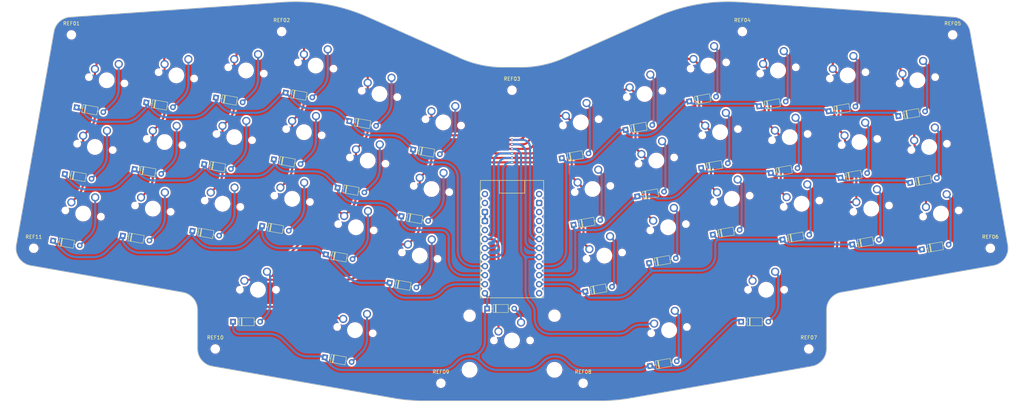
<source format=kicad_pcb>
(kicad_pcb (version 20221018) (generator pcbnew)
  (layers (0 "F.Cu" signal) (31 "B.Cu" signal) (34 "B.Paste" user) (35 "F.Paste" user) (36 "B.SilkS" user "B.Silkscreen") (37 "F.SilkS" user "F.Silkscreen") (38 "B.Mask" user) (39 "F.Mask" user) (44 "Edge.Cuts" user))
  (net 0 "")
  (net 1 "ROW3")
  (net 2 "Net-(D1-A)")
  (net 3 "Net-(D2-A)")
  (net 4 "Net-(D3-A)")
  (net 5 "Net-(D4-A)")
  (net 6 "Net-(D5-A)")
  (net 7 "Net-(D6-A)")
  (net 8 "ROW0")
  (net 9 "Net-(D7-A)")
  (net 10 "Net-(D8-A)")
  (net 11 "Net-(D9-A)")
  (net 12 "Net-(D10-A)")
  (net 13 "Net-(D11-A)")
  (net 14 "Net-(D12-A)")
  (net 15 "ROW4")
  (net 16 "Net-(D13-A)")
  (net 17 "Net-(D14-A)")
  (net 18 "Net-(D15-A)")
  (net 19 "Net-(D16-A)")
  (net 20 "Net-(D17-A)")
  (net 21 "Net-(D18-A)")
  (net 22 "ROW1")
  (net 23 "Net-(D19-A)")
  (net 24 "Net-(D20-A)")
  (net 25 "Net-(D21-A)")
  (net 26 "Net-(D22-A)")
  (net 27 "Net-(D23-A)")
  (net 28 "Net-(D24-A)")
  (net 29 "ROW5")
  (net 30 "Net-(D25-A)")
  (net 31 "Net-(D26-A)")
  (net 32 "Net-(D27-A)")
  (net 33 "Net-(D28-A)")
  (net 34 "Net-(D29-A)")
  (net 35 "Net-(D30-A)")
  (net 36 "ROW2")
  (net 37 "Net-(D31-A)")
  (net 38 "Net-(D32-A)")
  (net 39 "Net-(D33-A)")
  (net 40 "Net-(D34-A)")
  (net 41 "Net-(D35-A)")
  (net 42 "Net-(D36-A)")
  (net 43 "ROW6")
  (net 44 "Net-(D37-A)")
  (net 45 "Net-(D38-A)")
  (net 46 "Net-(D39-A)")
  (net 47 "Net-(D40-A)")
  (net 48 "Net-(D41-A)")
  (net 49 "COL0")
  (net 50 "COL1")
  (net 51 "COL2")
  (net 52 "COL3")
  (net 53 "COL4")
  (net 54 "COL5")
  (net 57 "GND")
  (net 62 "VCC")
  (footprint "MX_Solderable:MX-Solderable-1.5U" (layer "F.Cu") (at 251.163405 176.757094 10)
    (fp_text reference "MX40" hide)
    (fp_text value "MX")
  )
  (footprint "MX_Solderable:MX-Solderable-1U" (layer "F.Cu") (at 229.649969 137.02677 10)
    (fp_text reference "MX19" hide)
    (fp_text value "MX")
  )
  (footprint "Diode_THT:D_DO-35_SOD27_P7.62mm_Horizontal" (layer "F.Cu") (at 227.627147 165.866164 10)
    (fp_text reference "D31" hide)
    (fp_text value "1N4148" hide)
  )
  (footprint "MX_Solderable:MX-Solderable-1U" (layer "F.Cu") (at 327.587905 143.937515 10)
    (fp_text reference "MX36" hide)
    (fp_text value "MX")
  )
  (footprint "MX_Solderable:MX-Solderable-1U" (layer "F.Cu") (at 135.5725 165.382607)
    (fp_text reference "MX37" hide)
    (fp_text value "MX")
  )
  (footprint "MX_Solderable:MX-Solderable-1U" (layer "F.Cu") (at 187.678028 118.266182 -10)
    (fp_text reference "MX1" hide)
    (fp_text value "MX")
  )
  (footprint "MX_Solderable:MX-Solderable-1U" (layer "F.Cu") (at 169.74444 110.268037 -10)
    (fp_text reference "MX2" hide)
    (fp_text value "MX")
  )
  (footprint "Diode_THT:D_DO-35_SOD27_P7.62mm_Horizontal" (layer "F.Cu") (at 136.738368 147.4388 -10)
    (fp_text reference "D27" hide)
    (fp_text value "1N4148" hide)
  )
  (footprint "Diode_THT:D_DO-35_SOD27_P7.62mm_Horizontal" (layer "F.Cu") (at 157.979955 136.676357 -10)
    (fp_text reference "D14" hide)
    (fp_text value "1N4148" hide)
  )
  (footprint "Diode_THT:D_DO-35_SOD27_P7.62mm_Horizontal" (layer "F.Cu") (at 140.046366 128.678212 -10)
    (fp_text reference "D15" hide)
    (fp_text value "1N4148" hide)
  )
  (footprint "Diode_THT:D_DO-35_SOD27_P7.62mm_Horizontal" (layer "F.Cu") (at 260.186325 131.109287 10)
    (fp_text reference "D21" hide)
    (fp_text value "1N4148" hide)
  )
  (footprint "MX_Solderable:MX-Solderable-1U" (layer "F.Cu") (at 181.062033 155.787357 -10)
    (fp_text reference "MX25" hide)
    (fp_text value "MX")
  )
  (footprint "Diode_THT:D_DO-35_SOD27_P7.62mm_Horizontal" (layer "F.Cu") (at 271.4475 174.382607)
    (fp_text reference "D41" hide)
    (fp_text value "1N4148" hide)
  )
  (footprint "MX_Solderable:MX-Solderable-1U" (layer "F.Cu") (at 232.957967 155.787357 10)
    (fp_text reference "MX31" hide)
    (fp_text value "MX")
  )
  (footprint "MX_Solderable:MX-Solderable-1U" (layer "F.Cu") (at 112.635678 105.034191 -10)
    (fp_text reference "MX5" hide)
    (fp_text value "MX")
  )
  (footprint "MountingHole:MountingHole_2.2mm_M2" (layer "F.Cu") (at 290.4475 182.05026)
    (fp_text reference "REF07")
    (fp_text value "MountingHole_2.2mm_M2")
  )
  (footprint "Diode_THT:D_DO-35_SOD27_P7.62mm_Horizontal" (layer "F.Cu") (at 302.669497 152.634173 10)
    (fp_text reference "D35" hide)
    (fp_text value "1N4148" hide)
  )
  (footprint "Diode_THT:D_DO-35_SOD27_P7.62mm_Horizontal" (layer "F.Cu") (at 256.878327 112.348699 10)
    (fp_text reference "D9" hide)
    (fp_text value "1N4148" hide)
  )
  (footprint "MX_Solderable:MX-Solderable-1U" (layer "F.Cu") (at 281.796735 103.652042 10)
    (fp_text reference "MX10" hide)
    (fp_text value "MX")
  )
  (footprint "Diode_THT:D_DO-35_SOD27_P7.62mm_Horizontal" (layer "F.Cu") (at 238.944739 120.346844 10)
    (fp_text reference "D8" hide)
    (fp_text value "1N4148" hide)
  )
  (footprint "Diode_THT:D_DO-35_SOD27_P7.62mm_Horizontal" (layer "F.Cu") (at 245.832585 186.8359 10)
    (fp_text reference "D40" hide)
    (fp_text value "1N4148" hide)
  )
  (footprint "MX_Solderable:MX-Solderable-1U" (layer "F.Cu") (at 268.825144 139.791068 10)
    (fp_text reference "MX33" hide)
    (fp_text value "MX")
  )
  (footprint "PCM_marbastlib-xp-promicroish:ProMicro_USBup" (layer "F.Cu") (at 207.01 152.4)
    (fp_text reference "U1" hide)
    (fp_text value "ProMicro" hide)
  )
  (footprint "Diode_THT:D_DO-35_SOD27_P7.62mm_Horizontal" (layer "F.Cu") (at 318.949087 135.255734 10)
    (fp_text reference "D24" hide)
    (fp_text value "1N4148" hide)
  )
  (footprint "MX_Solderable:MX-Solderable-1U" (layer "F.Cu") (at 93.04809 106.41634 -10)
    (fp_text reference "MX6" hide)
    (fp_text value "MX")
  )
  (footprint "MX_Solderable:MX-Solderable-1U" (layer "F.Cu") (at 278.4475 165.382607)
    (fp_text reference "MX41" hide)
    (fp_text value "MX")
  )
  (footprint "Diode_THT:D_DO-35_SOD27_P7.62mm_Horizontal" (layer "F.Cu") (at 242.252737 139.107431 10)
    (fp_text reference "D20" hide)
    (fp_text value "1N4148" hide)
  )
  (footprint "MountingHole:MountingHole_2.2mm_M2" (layer "F.Cu") (at 83.123837 93.629227)
    (fp_text reference "REF01")
    (fp_text value "MountingHole_2.2mm_M2")
  )
  (footprint "Diode_THT:D_DO-35_SOD27_P7.62mm_Horizontal" (layer "F.Cu") (at 161.287952 117.915769 -10)
    (fp_text reference "D2" hide)
    (fp_text value "1N4148" hide)
  )
  (footprint "MountingHole:MountingHole_2.2mm_M2" (layer "F.Cu") (at 142.24 92.71)
    (fp_text reference "REF02")
    (fp_text value "MountingHole_2.2mm_M2")
  )
  (footprint "Diode_THT:D_DO-35_SOD27_P7.62mm_Horizontal" (layer "F.Cu") (at 97.563194 150.203098 -10)
    (fp_text reference "D29" hide)
    (fp_text value "1N4148" hide)
  )
  (footprint "Diode_THT:D_DO-35_SOD27_P7.62mm_Horizontal" (layer "F.Cu") (at 200.01 170.670107)
    (fp_text reference "D39" hide)
    (fp_text value "1N4148" hide)
  )
  (footprint "Diode_THT:D_DO-35_SOD27_P7.62mm_Horizontal" (layer "F.Cu") (at 322.257084 154.016322 10)
    (fp_text reference "D36" hide)
    (fp_text value "1N4148" hide)
  )
  (footprint "MX_Solderable:MX-Solderable-1U" (layer "F.Cu") (at 163.128445 147.789213 -10)
    (fp_text reference "MX26" hide)
    (fp_text value "MX")
  )
  (footprint "MX_Solderable:MX-Solderable-1U" (layer "F.Cu") (at 320.97191 106.41634 10)
    (fp_text reference "MX12" hide)
    (fp_text value "MX")
  )
  (footprint "Diode_THT:D_DO-35_SOD27_P7.62mm_Horizontal" (layer "F.Cu") (at 296.053502 115.112997 10)
    (fp_text reference "D11" hide)
    (fp_text value "1N4148" hide)
  )
  (footprint "MX_Solderable:MX-Solderable-1U" (layer "F.Cu") (at 109.32768 123.794779 -10)
    (fp_text reference "MX17" hide)
    (fp_text value "MX")
  )
  (footprint "MountingHole:MountingHole_2.2mm_M2" (layer "F.Cu") (at 207.01 109.22)
    (fp_text reference "REF03")
    (fp_text value "MountingHole_2.2mm_M2")
  )
  (footprint "MX_Solderable:MX-Solderable-1U" (layer "F.Cu") (at 148.502854 121.03048 -10)
    (fp_text reference "MX15" hide)
    (fp_text value "MX")
  )
  (footprint "MX_Solderable:MX-Solderable-1U" (layer "F.Cu") (at 285.104733 122.412629 10)
    (fp_text reference "MX22" hide)
    (fp_text value "MX")
  )
  (footprint "MX_Solderable:MX-Solderable-1U" (layer "F.Cu") (at 250.891555 147.789213 10)
    (fp_text reference "MX32" hide)
    (fp_text value "MX")
  )
  (footprint "Diode_THT:D_DO-35_SOD27_P7.62mm_Horizontal" (layer "F.Cu") (at 117.150781 148.820949 -10)
    (fp_text reference "D28" hide)
    (fp_text value "1N4148" hide)
  )
  (footprint "Diode_THT:D_DO-35_SOD27_P7.62mm_Horizontal" (layer "F.Cu") (at 279.773912 132.491436 10)
    (fp_text reference "D22" hide)
    (fp_text value "1N4148" hide)
  )
  (footprint "Diode_THT:D_DO-35_SOD27_P7.62mm_Horizontal" (layer "F.Cu") (at 143.354364 109.917625 -10)
    (fp_text reference "D3" hide)
    (fp_text value "1N4148" hide)
  )
  (footprint "Diode_THT:D_DO-35_SOD27_P7.62mm_Horizontal" (layer "F.Cu") (at 315.641089 116.495146 10)
    (fp_text reference "D12" hide)
    (fp_text value "1N4148" hide)
  )
  (footprint "MountingHole:MountingHole_2.2mm_M2" (layer "F.Cu") (at 187.01 191.705)
    (fp_text reference "REF09")
    (fp_text value "MountingHole_2.2mm_M2")
  )
  (footprint "Diode_THT:D_DO-35_SOD27_P7.62mm_Horizontal" (layer "F.Cu") (at 154.671957 155.436945 -10)
    (fp_text reference "D26" hide)
    (fp_text value "1N4148" hide)
  )
  (footprint "MountingHole:MountingHole_2.2mm_M2" (layer "F.Cu") (at 123.5725 182.05026)
    (fp_text reference "REF10")
    (fp_text value "MountingHole_2.2mm_M2")
  )
  (footprint "Diode_THT:D_DO-35_SOD27_P7.62mm_Horizontal" (layer "F.Cu") (at 172.605545 163.435089 -10)
    (fp_text reference "D25" hide)
    (fp_text value "1N4148" hide)
  )
  (footprint "MX_Solderable:MX-Solderable-2.25U" (layer "F.Cu") (at 207.01 179.670107)
    (fp_text reference "MX39" hide)
    (fp_text value "MX")
  )
  (footprint "MX_Solderable:MX-Solderable-1U" (layer "F.Cu") (at 89.740093 125.176928 -10)
    (fp_text reference "MX18" hide)
    (fp_text value "MX")
  )
  (footprint "Diode_THT:D_DO-35_SOD27_P7.62mm_Horizontal" (layer "F.Cu") (at 263.494323 149.869874 10)
    (fp_text reference "D33" hide)
    (fp_text value "1N4148" hide)
  )
  (footprint "MX_Solderable:MX-Solderable-1U" (layer "F.Cu") (at 247.583558 129.028625 10)
    (fp_text reference "MX20" hide)
    (fp_text value "MX")
  )
  (footprint "MX_Solderable:MX-Solderable-1U" (layer "F.Cu") (at 166.436442 129.028625 -10)
    (fp_text reference "MX14" hide)
    (fp_text value "MX")
  )
  (footprint "MX_Solderable:MX-Solderable-1U" (layer "F.Cu") (at 184.370031 137.02677 -10)
    (fp_text reference "MX13" hide)
    (fp_text value "MX")
  )
  (footprint "MX_Solderable:MX-Solderable-1U" (layer "F.Cu") (at 265.517146 121.03048 10)
    (fp_text reference "MX21" hide)
    (fp_text value "MX")
  )
  (footprint "Diode_THT:D_DO-35_SOD27_P7.62mm_Horizontal" (layer "F.Cu") (at 104.17919 112.681923 -10)
    (fp_text reference "D5" hide)
    (fp_text value "1N4148" hide)
  )
  (footprint "Diode_THT:D_DO-35_SOD27_P7.62mm_Horizontal" (layer "F.Cu") (at 81.283605 132.82466 -10)
    (fp_text reference "D18" hide)
    (fp_text value "1N4148" hide)
  )
  (footprint "MX_Solderable:MX-Solderable-1U" (layer "F.Cu") (at 86.432095 143.937515 -10)
    (fp_text reference "MX30" hide)
    (fp_text value "MX")
  )
  (footprint "MX_Solderable:MX-Solderable-1U" (layer "F.Cu") (at 262.209148 102.269892 10)
    (fp_text reference "MX9" hide)
    (fp_text value "MX")
  )
  (footprint "Diode_THT:D_DO-35_SOD27_P7.62mm_Horizontal" (layer "F.Cu") (at 120.458779 130.060361 -10)
    (fp_text reference "D16" hide)
    (fp_text value "1N4148" hide)
  )
  (footprint "MountingHole:MountingHole_2.2mm_M2" (layer "F.Cu") (at 271.78 92.71)
    (fp_text reference "REF04")
    (fp_text value "MountingHole_2.2mm_M2")
  )
  (footprint "Diode_THT:D_DO-35_SOD27_P7.62mm_Horizontal" (layer "F.Cu") (at 224.319149 147.105576 10)
    (fp_text reference "D19" hide)
    (fp_text value "1N4148" hide)
  )
  (footprint "MX_Solderable:MX-Solderable-1U" (layer "F.Cu") (at 308.000318 142.555366 10)
    (fp_text reference "MX35" hide)
    (fp_text value "MX")
  )
  (footprint "Diode_THT:D_DO-35_SOD27_P7.62mm_Horizontal" (layer "F.Cu") (at 84.591603 114.064072 -10)
    (fp_text reference "D6" hide)
    (fp_text value "1N4148" hide)
  )
  (footprint "Diode_THT:D_DO-35_SOD27_P7.62mm_Horizontal" (layer "F.Cu") (at 245.560735 157.868019 10)
    (fp_text reference "D32" hide)
    (fp_text value "1N4148" hide)
  )
  (footprint "MountingHole:MountingHole_2.2mm_M2" (layer "F.Cu") (at 341.489376 153.706323)
    (fp_text reference "REF06")
    (fp_text value "MountingHole_2.2mm_M2")
  )
  (footprint "Diode_THT:D_DO-35_SOD27_P7.62mm_Horizontal" (layer "F.Cu") (at 123.766777 111.299774 -10)
    (fp_text reference "D4" hide)
    (fp_text value "1N4148" hide)
  )
  (footprint "MX_Solderable:MX-Solderable-1U" (layer "F.Cu") (at 324.279907 125.176928 10)
    (fp_text reference "MX24" hide)
    (fp_text value "MX")
  )
  (footprint "Diode_THT:D_DO-35_SOD27_P7.62mm_Horizontal" (layer "F.Cu") (at 100.871192 131.442511 -10)
    (fp_text reference "D17" hide)
    (fp_text value "1N4148" hide)
  )
  (footprint "Diode_THT:D_DO-35_SOD27_P7.62mm_Horizontal" (layer "F.Cu") (at 221.011151 128.344988 10)
    (fp_text reference "D7" hide)
    (fp_text value "1N4148" hide)
  )
  (footprint "MX_Solderable:MX-Solderable-1U" (layer "F.Cu") (at 132.223265 103.652042 -10)
    (fp_text reference "MX4" hide)
    (fp_text value "MX")
  )
  (footprint "Diode_THT:D_DO-35_SOD27_P7.62mm_Horizontal" (layer "F.Cu") (at 128.5725 174.382607)
    (fp_text reference "D37" hide)
    (fp_text value "1N4148" hide)
  )
  (footprint "Diode_THT:D_DO-35_SOD27_P7.62mm_Horizontal" (layer "F.Cu") (at 154.400107 184.404826 -10)
    (fp_text reference "D38" hide)
    (fp_text value "1N4148" hide)
  )
  (footprint "Diode_THT:D_DO-35_SOD27_P7.62mm_Horizontal" (layer "F.Cu") (at 276.465915 113.730848 10)
    (fp_text reference "D10" hide)
    (fp_text value "1N4148" hide)
  )
  (footprint "MX_Solderable:MX-Solderable-1U" (layer "F.Cu") (at 162.856595 176.757094 -10)
    (fp_text reference "MX38" hide)
    (fp_text value "MX")
  )
  (footprint "Diode_THT:D_DO-35_SOD27_P7.62mm_Horizontal" (layer "F.Cu") (at 299.3615 133.873585 10)
    (fp_text reference "D23" hide)
    (fp_text value "1N4148" hide)
  )
  (footprint "MX_Solderable:MX-Solderable-1U" (layer "F.Cu") (at 304.69232 123.794778 10)
    (fp_text reference "MX23" hide)
    (fp_text value "MX")
  )
  (footprint "MountingHole:MountingHole_2.2mm_M2" (layer "F.Cu") (at 227.01 191.705)
    (fp_text reference "REF08")
    (fp_text value "MountingHole_2.2mm_M2")
  )
  (footprint "MX_Solderable:MX-Solderable-1U" (layer "F.Cu") (at 244.27556 110.268037 10)
    (fp_text reference "MX8" hide)
    (fp_text value "MX")
  )
  (footprint "Diode_THT:D_DO-35_SOD27_P7.62mm_Horizontal" (layer "F.Cu") (at 175.913543 144.674502 -10)
    (fp_text reference "D13" hide)
    (fp_text value "1N4148" hide)
  )
  (footprint "MX_Solderable:MX-Solderable-1U" (layer "F.Cu") (at 288.412731 141.173217 10)
    (fp_text reference "MX34" hide)
    (fp_text value "MX")
  )
  (footprint "Diode_THT:D_DO-35_SOD27_P7.62mm_Horizontal" (layer "F.Cu") (at 283.08191 151.252024 10)
    (fp_text reference "D34" hide)
    (fp_text value "1N4148" hide)
  )
  (footprint "MX_Solderable:MX-Solderable-1U" (layer "F.Cu") (at 125.607269 141.173217 -10)
    (fp_text reference "MX28" hide)
    (fp_text value "MX")
  )
  (footprint "MX_Solderable:MX-Solderable-1U" (layer "F.Cu") (at 106.019682 142.555366 -10)
    (fp_text reference "MX29" hide)
    (fp_text value "MX")
  )
  (footprint "MountingHole:MountingHole_2.2mm_M2" (layer "F.Cu") (at 72.530624 153.706323)
    (fp_text reference "REF11")
    (fp_text value "MountingHole_2.2mm_M2")
  )
  (footprint "MX_Solderable:MX-Solderable-1U" (layer "F.Cu") (at 128.915267 122.412629 -10)
    (fp_text reference "MX16" hide)
    (fp_text value "MX")
  )
  (footprint "MX_Solderable:MX-Solderable-1U" (layer "F.Cu") (at 226.341972 118.266182 10)
    (fp_text reference "MX7" hide)
    (fp_text value "MX")
  )
  (footprint "Diode_THT:D_DO-35_SOD27_P7.62mm_Horizontal" (layer "F.Cu") (at 77.975607 151.585247 -10)
    (fp_text reference "D30" hide)
    (fp_text value "1N4148" hide)
  )
  (footprint "MX_Solderable:MX-Solderable-1U" (layer "F.Cu") (at 301.384322 105.034191 10)
    (fp_text reference "MX11" hide)
    (fp_text value "MX")
  )
  (footprint "MountingHole:MountingHole_2.2mm_M2" (layer "F.Cu") (at 330.896163 93.629227)
    (fp_text reference "REF05")
    (fp_text value "MountingHole_2.2mm_M2")
  )
  (footprint "MX_Solderable:MX-Solderable-1U" (layer "F.Cu") (at 145.194856 139.791068 -10)
    (fp_text reference "MX27" hide)
    (fp_text value "MX")
  )
  (footprint "MX_Solderable:MX-Solderable-1U" (layer "F.Cu") (at 151.810852 102.269893 -10)
    (fp_text reference "MX3" hide)
    (fp_text value "MX")
  )
  (footprint "Diode_THT:D_DO-35_SOD27_P7.62mm_Horizontal" (layer "F.Cu") (at 179.221541 125.913914 -10)
    (fp_text reference "D1" hide)
    (fp_text value "1N4148" hide)
  )
  (gr_arc (start 182.264243 196.670107) (mid 177.906456 196.479842) (end 173.581835 195.910495) (stroke (width 0.2)) (layer "Edge.Cuts"))
  (gr_arc (start 142.651201 84.381502) (mid 154.852985 85.0171) (end 166.536298 88.593089) (stroke (width 0.2)) (layer "Edge.Cuts"))
  (gr_line (start 295.4475 171.062486) (end 295.4475 182.015367) (stroke (width 0.2)) (layer "Edge.Cuts"))
  (gr_line (start 78.199798 92.726093) (end 67.606585 152.803189) (stroke (width 0.2)) (layer "Edge.Cuts"))
  (gr_arc (start 346.413415 152.803189) (mid 345.585125 156.539292) (end 342.357617 158.595468) (stroke (width 0.2)) (layer "Edge.Cuts"))
  (gr_line (start 166.536298 88.593089) (end 192.434915 100.143532) (stroke (width 0.2)) (layer "Edge.Cuts"))
  (gr_arc (start 247.483702 88.593089) (mid 259.167015 85.0171) (end 271.368799 84.381502) (stroke (width 0.2)) (layer "Edge.Cuts"))
  (gr_arc (start 295.4475 171.062486) (mid 296.617286 167.84856) (end 299.579259 166.138447) (stroke (width 0.2)) (layer "Edge.Cuts"))
  (gr_arc (start 71.662383 158.595468) (mid 68.434863 156.539312) (end 67.606585 152.803189) (stroke (width 0.2)) (layer "Edge.Cuts"))
  (gr_line (start 118.5725 171.062486) (end 118.5725 182.015367) (stroke (width 0.2)) (layer "Edge.Cuts"))
  (gr_line (start 204.654348 102.744892) (end 209.365652 102.744892) (stroke (width 0.2)) (layer "Edge.Cuts"))
  (gr_arc (start 78.199798 92.726093) (mid 79.777009 89.879668) (end 82.771899 88.606735) (stroke (width 0.2)) (layer "Edge.Cuts"))
  (gr_line (start 71.662383 158.595468) (end 114.440741 166.138447) (stroke (width 0.2)) (layer "Edge.Cuts"))
  (gr_line (start 331.248101 88.606735) (end 271.368799 84.381502) (stroke (width 0.2)) (layer "Edge.Cuts"))
  (gr_line (start 335.820202 92.726093) (end 346.413415 152.803189) (stroke (width 0.2)) (layer "Edge.Cuts"))
  (gr_line (start 291.315741 186.939405) (end 240.438165 195.910495) (stroke (width 0.2)) (layer "Edge.Cuts"))
  (gr_line (start 182.264243 196.670107) (end 231.755757 196.670107) (stroke (width 0.2)) (layer "Edge.Cuts"))
  (gr_arc (start 240.438165 195.910495) (mid 236.113544 196.479838) (end 231.755757 196.670107) (stroke (width 0.2)) (layer "Edge.Cuts"))
  (gr_line (start 122.704259 186.939405) (end 173.581835 195.910495) (stroke (width 0.2)) (layer "Edge.Cuts"))
  (gr_line (start 82.771899 88.606735) (end 142.651201 84.381502) (stroke (width 0.2)) (layer "Edge.Cuts"))
  (gr_arc (start 295.4475 182.015367) (mid 294.277737 185.229327) (end 291.315741 186.939405) (stroke (width 0.2)) (layer "Edge.Cuts"))
  (gr_arc (start 122.704259 186.939405) (mid 119.742278 185.229305) (end 118.5725 182.015367) (stroke (width 0.2)) (layer "Edge.Cuts"))
  (gr_arc (start 114.440741 166.138447) (mid 117.402722 167.848548) (end 118.5725 171.062486) (stroke (width 0.2)) (layer "Edge.Cuts"))
  (gr_arc (start 221.585085 100.143532) (mid 215.612284 102.087347) (end 209.365652 102.744892) (stroke (width 0.2)) (layer "Edge.Cuts"))
  (gr_line (start 247.483702 88.593089) (end 221.585085 100.143532) (stroke (width 0.2)) (layer "Edge.Cuts"))
  (gr_line (start 342.357617 158.595468) (end 299.579259 166.138447) (stroke (width 0.2)) (layer "Edge.Cuts"))
  (gr_arc (start 331.248101 88.606735) (mid 334.243003 89.879658) (end 335.820202 92.726093) (stroke (width 0.2)) (layer "Edge.Cuts"))
  (gr_arc (start 204.654348 102.744892) (mid 198.407717 102.087346) (end 192.434915 100.143532) (stroke (width 0.2)) (layer "Edge.Cuts"))
  (segment (start 238.368947 120.346844) (end 238.944739 120.346844) (width 0.6) (layer "B.Cu") (net 1))
  (segment (start 217.913948 158.75) (end 214.63 158.75) (width 0.6) (layer "B.Cu") (net 1))
  (segment (start 314.478397 115.57) (end 296.833654 115.57) (width 0.6) (layer "B.Cu") (net 1))
  (segment (start 295.240686 114.900686) (end 295.046498 114.706498) (width 0.6) (layer "B.Cu") (net 1))
  (segment (start 296.265812 115.325307) (end 296.282003 115.341498) (width 0.6) (layer "B.Cu") (net 1))
  (segment (start 275.269492 113.03) (end 258.04138 113.03) (width 0.6) (layer "B.Cu") (net 1))
  (segment (start 221.652494 128.942494) (end 221.054988 128.344988) (width 0.6) (layer "B.Cu") (net 1))
  (segment (start 255.623547 112.676452) (end 247.973792 120.326207) (width 0.6) (layer "B.Cu") (net 1))
  (segment (start 240.797395 121.92) (end 244.126036 121.92) (width 0.6) (layer "B.Cu") (net 1))
  (segment (start 222.25 154.413948) (end 222.25 130.385001) (width 0.6) (layer "B.Cu") (net 1))
  (segment (start 257.20608 112.676452) (end 257.218977 112.689349) (width 0.6) (layer "B.Cu") (net 1))
  (segment (start 315.300544 115.910544) (end 315.641089 116.251089) (width 0.6) (layer "B.Cu") (net 1))
  (segment (start 294.065124 114.3) (end 277.437518 114.3) (width 0.6) (layer "B.Cu") (net 1))
  (segment (start 276.115491 113.380424) (end 276.181339 113.446272) (width 0.6) (layer "B.Cu") (net 1))
  (segment (start 239.487369 121.377369) (end 238.944739 120.834739) (width 0.6) (layer "B.Cu") (net 1))
  (segment (start 237.386009 120.75399) (end 230.193792 127.946207) (width 0.6) (layer "B.Cu") (net 1))
  (segment (start 226.346036 129.54) (end 223.095001 129.54) (width 0.6) (layer "B.Cu") (net 1))
  (segment (start 276.181339 113.446272) (end 276.750491 114.015424) (width 0.6) (layer "B.Cu") (net 1))
  (arc (start 238.368947 120.346844) (mid 237.836985 120.452657) (end 237.386009 120.75399) (width 0.6) (layer "B.Cu") (net 1))
  (arc (start 221.652494 128.942494) (mid 222.314321 129.384713) (end 223.095001 129.54) (width 0.6) (layer "B.Cu") (net 1))
  (arc (start 239.487369 121.377369) (mid 240.088414 121.778974) (end 240.797395 121.92) (width 0.6) (layer "B.Cu") (net 1))
  (arc (start 295.046498 114.706498) (mid 294.596239 114.405645) (end 294.065124 114.3) (width 0.6) (layer "B.Cu") (net 1))
  (arc (start 247.973792 120.326207) (mid 246.208426 121.505786) (end 244.126036 121.92) (width 0.6) (layer "B.Cu") (net 1))
  (arc (start 222.25 130.385001) (mid 222.094713 129.604321) (end 221.652494 128.942494) (width 0.6) (layer "B.Cu") (net 1))
  (arc (start 256.414814 112.348699) (mid 255.986583 112.433879) (end 255.623547 112.676452) (width 0.6) (layer "B.Cu") (net 1))
  (arc (start 222.25 154.413948) (mid 221.919937 156.073283) (end 220.98 157.48) (width 0.6) (layer "B.Cu") (net 1))
  (arc (start 223.095001 129.54) (mid 222.497495 129.787495) (end 222.25 130.385001) (width 0.6) (layer "B.Cu") (net 1))
  (arc (start 295.240686 114.900686) (mid 295.475852 115.057819) (end 295.753249 115.112997) (width 0.6) (layer "B.Cu") (net 1))
  (arc (start 230.193792 127.946207) (mid 228.428426 129.125786) (end 226.346036 129.54) (width 0.6) (layer "B.Cu") (net 1))
  (arc (start 276.750491 114.015424) (mid 277.065701 114.226041) (end 277.437518 114.3) (width 0.6) (layer "B.Cu") (net 1))
  (arc (start 276.115491 113.380424) (mid 275.727343 113.121072) (end 275.269492 113.03) (width 0.6) (layer "B.Cu") (net 1))
  (arc (start 315.300544 115.910544) (mid 314.923339 115.658504) (end 314.478397 115.57) (width 0.6) (layer "B.Cu") (net 1))
  (arc (start 296.282003 115.341498) (mid 296.535102 115.510614) (end 296.833654 115.57) (width 0.6) (layer "B.Cu") (net 1))
  (arc (start 220.98 157.48) (mid 219.573283 158.419937) (end 217.913948 158.75) (width 0.6) (layer "B.Cu") (net 1))
  (arc (start 257.20608 112.676452) (mid 256.843044 112.433879) (end 256.414814 112.348699) (width 0.6) (layer "B.Cu") (net 1))
  (arc (start 257.218977 112.689349) (mid 257.596298 112.941467) (end 258.04138 113.03) (width 0.6) (layer "B.Cu") (net 1))
  (arc (start 296.265812 115.325307) (mid 296.030646 115.168174) (end 295.753249 115.112997) (width 0.6) (layer "B.Cu") (net 1))
  (segment (start 189.467779 124.495109) (end 186.725776 127.237113) (width 0.6) (layer "B.Cu") (net 2))
  (segment (start 191.061572 120.647353) (end 191.061572 113.704425) (width 0.6) (layer "B.Cu") (net 2))
  (arc (start 191.061572 120.647353) (mid 190.647358 122.729743) (end 189.467779 124.495109) (width 0.6) (layer "B.Cu") (net 2))
  (segment (start 171.534191 116.496963) (end 168.792187 119.238968) (width 0.6) (layer "B.Cu") (net 3))
  (segment (start 173.127984 112.649207) (end 173.127984 105.70628) (width 0.6) (layer "B.Cu") (net 3))
  (arc (start 173.127984 112.649207) (mid 172.71377 114.731597) (end 171.534191 116.496963) (width 0.6) (layer "B.Cu") (net 3))
  (segment (start 153.600603 108.498819) (end 150.858599 111.240824) (width 0.6) (layer "B.Cu") (net 4))
  (segment (start 155.194396 104.651063) (end 155.194396 97.708136) (width 0.6) (layer "B.Cu") (net 4))
  (arc (start 155.194396 104.651063) (mid 154.780182 106.733453) (end 153.600603 108.498819) (width 0.6) (layer "B.Cu") (net 4))
  (segment (start 134.013016 109.880968) (end 131.271012 112.622973) (width 0.6) (layer "B.Cu") (net 5))
  (segment (start 135.606809 106.033212) (end 135.606809 99.090285) (width 0.6) (layer "B.Cu") (net 5))
  (arc (start 135.606809 106.033212) (mid 135.192595 108.115602) (end 134.013016 109.880968) (width 0.6) (layer "B.Cu") (net 5))
  (segment (start 116.019222 107.415361) (end 116.019222 100.472434) (width 0.6) (layer "B.Cu") (net 6))
  (segment (start 114.425429 111.263117) (end 111.683425 114.005122) (width 0.6) (layer "B.Cu") (net 6))
  (arc (start 116.019222 107.415361) (mid 115.605008 109.497751) (end 114.425429 111.263117) (width 0.6) (layer "B.Cu") (net 6))
  (segment (start 96.431634 108.797511) (end 96.431634 101.854583) (width 0.6) (layer "B.Cu") (net 7))
  (segment (start 94.837841 112.645267) (end 92.095838 115.387271) (width 0.6) (layer "B.Cu") (net 7))
  (arc (start 96.431634 108.797511) (mid 96.01742 110.879901) (end 94.837841 112.645267) (width 0.6) (layer "B.Cu") (net 7))
  (segment (start 173.006036 121.92) (end 167.353963 121.92) (width 0.6) (layer "B.Cu") (net 8))
  (segment (start 110.203963 116.84) (end 117.126036 116.84) (width 0.6) (layer "B.Cu") (net 8))
  (segment (start 123.766777 112.278554) (end 123.766777 111.299774) (width 0.6) (layer "B.Cu") (net 8))
  (segment (start 149.990702 114.3) (end 155.226036 114.3) (width 0.6) (layer "B.Cu") (net 8))
  (segment (start 104.17919 113.471366) (end 104.17919 112.681923) (width 0.6) (layer "B.Cu") (net 8))
  (segment (start 106.356207 115.246207) (end 104.17919 113.06919) (width 0.6) (layer "B.Cu") (net 8))
  (segment (start 142.620752 110.109247) (end 138.753792 113.976207) (width 0.6) (layer "B.Cu") (net 8))
  (segment (start 129.253963 115.57) (end 134.906036 115.57) (width 0.6) (layer "B.Cu") (net 8))
  (segment (start 163.506207 120.326207) (end 161.287952 118.107952) (width 0.6) (layer "B.Cu") (net 8))
  (segment (start 179.221541 126.741303) (end 179.221541 125.913914) (width 0.6) (layer "B.Cu") (net 8))
  (segment (start 146.142946 112.706207) (end 143.545986 110.109247) (width 0.6) (layer "B.Cu") (net 8))
  (segment (start 125.406207 113.976207) (end 123.807946 112.377946) (width 0.6) (layer "B.Cu") (net 8))
  (segment (start 98.076036 118.11) (end 91.153963 118.11) (width 0.6) (layer "B.Cu") (net 8))
  (segment (start 191.77 154.413948) (end 191.77 133.876051) (width 0.6) (layer "B.Cu") (net 8))
  (segment (start 123.766777 112.395) (end 123.766777 112.278554) (width 0.6) (layer "B.Cu") (net 8))
  (segment (start 103.620969 114.81903) (end 101.923792 116.516207) (width 0.6) (layer "B.Cu") (net 8))
  (segment (start 120.973792 115.246207) (end 123.725607 112.494392) (width 0.6) (layer "B.Cu") (net 8))
  (segment (start 87.306207 116.516207) (end 84.854072 114.064072) (width 0.6) (layer "B.Cu") (net 8))
  (segment (start 196.106051 158.75) (end 199.39 158.75) (width 0.6) (layer "B.Cu") (net 8))
  (segment (start 159.073792 115.893792) (end 161.095769 117.915769) (width 0.6) (layer "B.Cu") (net 8))
  (segment (start 180.34 128.27) (end 179.14577 127.07577) (width 0.6) (layer "B.Cu") (net 8))
  (segment (start 183.406051 129.54) (end 187.433948 129.54) (width 0.6) (layer "B.Cu") (net 8))
  (segment (start 176.853792 123.513792) (end 179.221541 125.881541) (width 0.6) (layer "B.Cu") (net 8))
  (arc (start 179.221541 126.741303) (mid 179.201848 126.840302) (end 179.14577 126.924229) (width 0.6) (layer "B.Cu") (net 8))
  (arc (start 123.766777 112.278554) (mid 123.777476 112.332344) (end 123.807946 112.377946) (width 0.6) (layer "B.Cu") (net 8))
  (arc (start 146.142946 112.706207) (mid 147.908311 113.885786) (end 149.990702 114.3) (width 0.6) (layer "B.Cu") (net 8))
  (arc (start 176.853792 123.513792) (mid 175.088426 122.334213) (end 173.006036 121.92) (width 0.6) (layer "B.Cu") (net 8))
  (arc (start 190.5 130.81) (mid 191.439937 132.216716) (end 191.77 133.876051) (width 0.6) (layer "B.Cu") (net 8))
  (arc (start 190.5 130.81) (mid 189.093283 129.870062) (end 187.433948 129.54) (width 0.6) (layer "B.Cu") (net 8))
  (arc (start 123.766777 112.395) (mid 123.756077 112.44879) (end 123.725607 112.494392) (width 0.6) (layer "B.Cu") (net 8))
  (arc (start 125.406207 113.976207) (mid 127.171572 115.155786) (end 129.253963 115.57) (width 0.6) (layer "B.Cu") (net 8))
  (arc (start 143.545986 110.109247) (mid 143.333735 109.967425) (end 143.083369 109.917625) (width 0.6) (layer "B.Cu") (net 8))
  (arc (start 87.306207 116.516207) (mid 89.071572 117.695786) (end 91.153963 118.11) (width 0.6) (layer "B.Cu") (net 8))
  (arc (start 123.807946 112.377946) (mid 123.781664 112.372718) (end 123.766777 112.395) (width 0.6) (layer "B.Cu") (net 8))
  (arc (start 143.083369 109.917625) (mid 142.833002 109.967425) (end 142.620752 110.109247) (width 0.6) (layer "B.Cu") (net 8))
  (arc (start 159.073792 115.893792) (mid 157.308426 114.714213) (end 155.226036 114.3) (width 0.6) (layer "B.Cu") (net 8))
  (arc (start 101.923792 116.516207) (mid 100.158426 117.695786) (end 98.076036 118.11) (width 0.6) (layer "B.Cu") (net 8))
  (arc (start 138.753792 113.976207) (mid 136.988426 115.155786) (end 134.906036 115.57) (width 0.6) (layer "B.Cu") (net 8))
  (arc (start 179.14577 126.924229) (mid 179.114385 126.999999) (end 179.14577 127.07577) (width 0.6) (layer "B.Cu") (net 8))
  (arc (start 120.973792 115.246207) (mid 119.208426 116.425786) (end 117.126036 116.84) (width 0.6) (layer "B.Cu") (net 8))
  (arc (start 163.506207 120.326207) (mid 165.271572 121.505786) (end 167.353963 121.92) (width 0.6) (layer "B.Cu") (net 8))
  (arc (start 104.17919 113.471366) (mid 104.034113 114.200716) (end 103.620969 114.81903) (width 0.6) (layer "B.Cu") (net 8))
  (arc (start 180.34 128.27) (mid 181.746716 129.209937) (end 183.406051 129.54) (width 0.6) (layer "B.Cu") (net 8))
  (arc (start 191.77 154.413948) (mid 192.100062 156.073283) (end 193.04 157.48) (width 0.6) (layer "B.Cu") (net 8))
  (arc (start 106.356207 115.246207) (mid 108.121572 116.425786) (end 110.203963 116.84) (width 0.6) (layer "B.Cu") (net 8))
  (arc (start 193.04 157.48) (mid 194.446716 158.419937) (end 196.106051 158.75) (width 0.6) (layer "B.Cu") (net 8))
  (segment (start 228.426611 113.287652) (end 227.961251 112.822292) (width 0.6) (layer "B.Cu") (net 9))
  (segment (start 228.703679 126.833496) (end 228.515386 127.021789) (width 0.6) (layer "B.Cu") (net 9))
  (segment (start 228.891972 126.378916) (end 228.891972 114.411132) (width 0.6) (layer "B.Cu") (net 9))
  (arc (start 228.891972 126.378916) (mid 228.843036 126.624933) (end 228.703679 126.833496) (width 0.6) (layer "B.Cu") (net 9))
  (arc (start 228.426611 113.287652) (mid 228.771028 113.803109) (end 228.891972 114.411132) (width 0.6) (layer "B.Cu") (net 9))
  (segment (start 246.360199 105.289507) (end 245.894839 104.824147) (width 0.6) (layer "B.Cu") (net 10))
  (segment (start 246.637267 118.835352) (end 246.448974 119.023645) (width 0.6) (layer "B.Cu") (net 10))
  (segment (start 246.82556 118.380772) (end 246.82556 106.412987) (width 0.6) (layer "B.Cu") (net 10))
  (arc (start 246.82556 118.380772) (mid 246.776624 118.626789) (end 246.637267 118.835352) (width 0.6) (layer "B.Cu") (net 10))
  (arc (start 246.360199 105.289507) (mid 246.704616 105.804964) (end 246.82556 106.412987) (width 0.6) (layer "B.Cu") (net 10))
  (segment (start 264.759148 110.382627) (end 264.759148 98.414842) (width 0.6) (layer "B.Cu") (net 11))
  (segment (start 264.293787 97.291362) (end 263.828427 96.826002) (width 0.6) (layer "B.Cu") (net 11))
  (segment (start 264.570855 110.837207) (end 264.382562 111.0255) (width 0.6) (layer "B.Cu") (net 11))
  (arc (start 264.759148 110.382627) (mid 264.710212 110.628644) (end 264.570855 110.837207) (width 0.6) (layer "B.Cu") (net 11))
  (arc (start 264.293787 97.291362) (mid 264.638204 97.806819) (end 264.759148 98.414842) (width 0.6) (layer "B.Cu") (net 11))
  (segment (start 284.532279 100.113735) (end 284.532279 111.448034) (width 0.6) (layer "B.Cu") (net 12))
  (segment (start 283.974146 98.766284) (end 283.416014 98.208152) (width 0.6) (layer "B.Cu") (net 12))
  (segment (start 284.251214 112.126584) (end 283.97015 112.407649) (width 0.6) (layer "B.Cu") (net 12))
  (arc (start 284.532279 111.448034) (mid 284.459232 111.815262) (end 284.251214 112.126584) (width 0.6) (layer "B.Cu") (net 12))
  (arc (start 283.974146 98.766284) (mid 284.387224 99.3845) (end 284.532279 100.113735) (width 0.6) (layer "B.Cu") (net 12))
  (segment (start 304.119866 101.495884) (end 304.119866 112.830183) (width 0.6) (layer "B.Cu") (net 13))
  (segment (start 303.838801 113.508733) (end 303.557737 113.789798) (width 0.6) (layer "B.Cu") (net 13))
  (segment (start 303.561733 100.148433) (end 303.003601 99.590301) (width 0.6) (layer "B.Cu") (net 13))
  (arc (start 303.561733 100.148433) (mid 303.974811 100.766649) (end 304.119866 101.495884) (width 0.6) (layer "B.Cu") (net 13))
  (arc (start 304.119866 112.830183) (mid 304.046819 113.197411) (end 303.838801 113.508733) (width 0.6) (layer "B.Cu") (net 13))
  (segment (start 323.149321 101.530582) (end 322.591189 100.97245) (width 0.6) (layer "B.Cu") (net 14))
  (segment (start 323.707453 102.878031) (end 323.707453 114.212332) (width 0.6) (layer "B.Cu") (net 14))
  (segment (start 323.426388 114.890882) (end 323.145324 115.171947) (width 0.6) (layer "B.Cu") (net 14))
  (arc (start 323.149321 101.530582) (mid 323.562399 102.148797) (end 323.707453 102.878031) (width 0.6) (layer "B.Cu") (net 14))
  (arc (start 323.707453 114.212332) (mid 323.634406 114.57956) (end 323.426388 114.890882) (width 0.6) (layer "B.Cu") (net 14))
  (segment (start 298.711792 133.611792) (end 298.973585 133.873585) (width 0.6) (layer "B.Cu") (net 15))
  (segment (start 317.050468 134.62) (end 300.63571 134.62) (width 0.6) (layer "B.Cu") (net 15))
  (segment (start 260.268162 132.08) (end 279.4 132.08) (width 0.6) (layer "B.Cu") (net 15))
  (segment (start 224.79 148.922941) (end 224.79 159.121974) (width 0.6) (layer "B.Cu") (net 15))
  (segment (start 280.203194 132.920718) (end 279.773912 132.491436) (width 0.6) (layer "B.Cu") (net 15))
  (segment (start 246.638421 139.107431) (end 242.252737 139.107431) (width 0.6) (layer "B.Cu") (net 15))
  (segment (start 254.323792 138.106207) (end 260.128457 132.301542) (width 0.6) (layer "B.Cu") (net 15))
  (segment (start 317.817867 134.937867) (end 317.84817 134.96817) (width 0.6) (layer "B.Cu") (net 15))
  (segment (start 298.079769 133.35) (end 281.239572 133.35) (width 0.6) (layer "B.Cu") (net 15))
  (segment (start 225.122941 148.59) (end 230.156036 148.59) (width 0.6) (layer "B.Cu") (net 15))
  (segment (start 248.069009 139.7) (end 250.476036 139.7) (width 0.6) (layer "B.Cu") (net 15))
  (segment (start 318.54241 135.255734) (end 318.949087 135.255734) (width 0.6) (layer "B.Cu") (net 15))
  (segment (start 260.186325 131.998162) (end 260.186325 131.109287) (width 0.6) (layer "B.Cu") (net 15))
  (segment (start 222.621974 161.29) (end 214.63 161.29) (width 0.6) (layer "B.Cu") (net 15))
  (segment (start 234.003792 146.996207) (end 241.892569 139.107431) (width 0.6) (layer "B.Cu") (net 15))
  (segment (start 299.734707 134.246792) (end 299.3615 133.873585) (width 0.6) (layer "B.Cu") (net 15))
  (segment (start 260.186325 132.161837) (end 260.186325 131.998162) (width 0.6) (layer "B.Cu") (net 15))
  (segment (start 224.319149 147.786207) (end 224.319149 147.105576) (width 0.6) (layer "B.Cu") (net 15))
  (arc (start 247.353715 139.403715) (mid 247.025535 139.184432) (end 246.638421 139.107431) (width 0.6) (layer "B.Cu") (net 15))
  (arc (start 317.817867 134.937867) (mid 317.465781 134.70261) (end 317.050468 134.62) (width 0.6) (layer "B.Cu") (net 15))
  (arc (start 224.554574 148.354574) (mid 224.815343 148.528814) (end 225.122941 148.59) (width 0.6) (layer "B.Cu") (net 15))
  (arc (start 224.155 160.655) (mid 223.451641 161.124968) (end 222.621974 161.29) (width 0.6) (layer "B.Cu") (net 15))
  (arc (start 254.323792 138.106207) (mid 252.558426 139.285786) (end 250.476036 139.7) (width 0.6) (layer "B.Cu") (net 15))
  (arc (start 280.203194 132.920718) (mid 280.678688 133.238433) (end 281.239572 133.35) (width 0.6) (layer "B.Cu") (net 15))
  (arc (start 225.122941 148.59) (mid 224.887516 148.687516) (end 224.79 148.922941) (width 0.6) (layer "B.Cu") (net 15))
  (arc (start 317.84817 134.96817) (mid 318.16669 135.180998) (end 318.54241 135.255734) (width 0.6) (layer "B.Cu") (net 15))
  (arc (start 234.003792 146.996207) (mid 232.238426 148.175786) (end 230.156036 148.59) (width 0.6) (layer "B.Cu") (net 15))
  (arc (start 299.734707 134.246792) (mid 300.14809 134.523006) (end 300.63571 134.62) (width 0.6) (layer "B.Cu") (net 15))
  (arc (start 260.186325 131.998162) (mid 260.210294 132.05603) (end 260.268162 132.08) (width 0.6) (layer "B.Cu") (net 15))
  (arc (start 298.711792 133.611792) (mid 298.421817 133.418037) (end 298.079769 133.35) (width 0.6) (layer "B.Cu") (net 15))
  (arc (start 224.79 148.922941) (mid 224.728814 148.615343) (end 224.554574 148.354574) (width 0.6) (layer "B.Cu") (net 15))
  (arc (start 247.353715 139.403715) (mid 247.681894 139.622998) (end 248.069009 139.7) (width 0.6) (layer "B.Cu") (net 15))
  (arc (start 260.186325 132.161837) (mid 260.171285 132.237445) (end 260.128457 132.301542) (width 0.6) (layer "B.Cu") (net 15))
  (arc (start 260.268162 132.08) (mid 260.210294 132.103969) (end 260.186325 132.161837) (width 0.6) (layer "B.Cu") (net 15))
  (arc (start 224.79 159.121974) (mid 224.624968 159.951641) (end 224.155 160.655) (width 0.6) (layer "B.Cu") (net 15))
  (arc (start 224.319149 147.786207) (mid 224.380333 148.093805) (end 224.554574 148.354574) (width 0.6) (layer "B.Cu") (net 15))
  (segment (start 187.753575 139.40794) (end 187.753575 132.465013) (width 0.6) (layer "B.Cu") (net 16))
  (segment (start 186.159782 143.255696) (end 183.417778 145.997701) (width 0.6) (layer "B.Cu") (net 16))
  (arc (start 187.753575 139.40794) (mid 187.339361 141.49033) (end 186.159782 143.255696) (width 0.6) (layer "B.Cu") (net 16))
  (segment (start 168.226193 135.257552) (end 165.48419 137.999556) (width 0.6) (layer "B.Cu") (net 17))
  (segment (start 169.819986 131.409796) (end 169.819986 124.466868) (width 0.6) (layer "B.Cu") (net 17))
  (arc (start 169.819986 131.409796) (mid 169.405772 133.492186) (end 168.226193 135.257552) (width 0.6) (layer "B.Cu") (net 17))
  (segment (start 150.292605 127.259406) (end 147.550601 130.001411) (width 0.6) (layer "B.Cu") (net 18))
  (segment (start 151.886398 123.41165) (end 151.886398 116.468723) (width 0.6) (layer "B.Cu") (net 18))
  (arc (start 151.886398 123.41165) (mid 151.472184 125.49404) (end 150.292605 127.259406) (width 0.6) (layer "B.Cu") (net 18))
  (segment (start 132.298811 124.793799) (end 132.298811 117.850872) (width 0.6) (layer "B.Cu") (net 19))
  (segment (start 130.705018 128.641555) (end 127.963014 131.38356) (width 0.6) (layer "B.Cu") (net 19))
  (arc (start 132.298811 124.793799) (mid 131.884597 126.876189) (end 130.705018 128.641555) (width 0.6) (layer "B.Cu") (net 19))
  (segment (start 112.711224 126.175949) (end 112.711224 119.233022) (width 0.6) (layer "B.Cu") (net 20))
  (segment (start 111.117431 130.023705) (end 108.375427 132.76571) (width 0.6) (layer "B.Cu") (net 20))
  (arc (start 112.711224 126.175949) (mid 112.29701 128.258339) (end 111.117431 130.023705) (width 0.6) (layer "B.Cu") (net 20))
  (segment (start 93.123637 127.558098) (end 93.123637 120.615171) (width 0.6) (layer "B.Cu") (net 21))
  (segment (start 91.529844 131.405854) (end 88.78784 134.147859) (width 0.6) (layer "B.Cu") (net 21))
  (arc (start 93.123637 127.558098) (mid 92.709423 129.640488) (end 91.529844 131.405854) (width 0.6) (layer "B.Cu") (net 21))
  (segment (start 118.433792 133.026206) (end 120.126134 131.333865) (width 0.6) (layer "B.Cu") (net 22))
  (segment (start 143.791133 132.08) (end 151.416036 132.08) (width 0.6) (layer "B.Cu") (net 22))
  (segment (start 87.343963 137.16) (end 92.996036 137.16) (width 0.6) (layer "B.Cu") (net 22))
  (segment (start 173.043792 142.563792) (end 174.88614 144.40614) (width 0.6) (layer "B.Cu") (net 22))
  (segment (start 140.046366 129.597732) (end 140.046366 128.678212) (width 0.6) (layer "B.Cu") (net 22))
  (segment (start 159.696207 139.376207) (end 158.327709 138.007709) (width 0.6) (layer "B.Cu") (net 22))
  (segment (start 193.566051 161.29) (end 199.39 161.29) (width 0.6) (layer "B.Cu") (net 22))
  (segment (start 175.913543 145.689022) (end 175.913543 145.054022) (width 0.6) (layer "B.Cu") (net 22))
  (segment (start 169.196036 140.97) (end 163.543963 140.97) (width 0.6) (layer "B.Cu") (net 22))
  (segment (start 83.496207 135.566207) (end 81.470615 133.540615) (width 0.6) (layer "B.Cu") (net 22))
  (segment (start 114.586036 134.62) (end 106.386824 134.62) (width 0.6) (layer "B.Cu") (net 22))
  (segment (start 157.729977 136.426379) (end 157.581258 136.27766) (width 0.6) (layer "B.Cu") (net 22))
  (segment (start 141.143183 130.983183) (end 140.250461 130.090461) (width 0.6) (layer "B.Cu") (net 22))
  (segment (start 120.656209 130.816209) (end 121.824389 131.984389) (width 0.6) (layer "B.Cu") (net 22))
  (segment (start 102.551255 133.031255) (end 100.962511 131.442511) (width 0.6) (layer "B.Cu") (net 22))
  (segment (start 157.979955 137.029878) (end 157.979955 137.168156) (width 0.6) (layer "B.Cu") (net 22))
  (segment (start 81.283605 133.089132) (end 81.283605 132.82466) (width 0.6) (layer "B.Cu") (net 22))
  (segment (start 139.84227 130.667729) (end 138.603183 131.906817) (width 0.6) (layer "B.Cu") (net 22))
  (segment (start 96.843792 135.566207) (end 100.871192 131.538808) (width 0.6) (layer "B.Cu") (net 22))
  (segment (start 155.263792 133.673792) (end 157.378741 135.788741) (width 0.6) (layer "B.Cu") (net 22))
  (segment (start 120.458779 130.33957) (end 120.458779 130.530791) (width 0.6) (layer "B.Cu") (net 22))
  (segment (start 140.046366 130.175) (end 140.046366 129.597732) (width 0.6) (layer "B.Cu") (net 22))
  (segment (start 125.121264 133.35) (end 135.119031 133.35) (width 0.6) (layer "B.Cu") (net 22))
  (segment (start 176.630917 147.420917) (end 176.856771 147.646771) (width 0.6) (layer "B.Cu") (net 22))
  (segment (start 189.23 150.758025) (end 189.23 156.953948) (width 0.6) (layer "B.Cu") (net 22))
  (segment (start 179.133926 148.59) (end 187.061974 148.59) (width 0.6) (layer "B.Cu") (net 22))
  (arc (start 96.843792 135.566207) (mid 95.078426 136.745786) (end 92.996036 137.16) (width 0.6) (layer "B.Cu") (net 22))
  (arc (start 138.603183 131.906817) (mid 137.00464 132.974928) (end 135.119031 133.35) (width 0.6) (layer "B.Cu") (net 22))
  (arc (start 159.696207 139.376207) (mid 161.461572 140.555786) (end 163.543963 140.97) (width 0.6) (layer "B.Cu") (net 22))
  (arc (start 121.824389 131.984389) (mid 123.337008 132.995089) (end 125.121264 133.35) (width 0.6) (layer "B.Cu") (net 22))
  (arc (start 190.5 160.02) (mid 191.906716 160.959937) (end 193.566051 161.29) (width 0.6) (layer "B.Cu") (net 22))
  (arc (start 118.433792 133.026206) (mid 116.668426 134.205786) (end 114.586036 134.62) (width 0.6) (layer "B.Cu") (net 22))
  (arc (start 120.458779 130.33957) (mid 120.510089 130.597525) (end 120.656209 130.816209) (width 0.6) (layer "B.Cu") (net 22))
  (arc (start 157.378741 135.788741) (mid 157.453683 135.9009) (end 157.48 136.033201) (width 0.6) (layer "B.Cu") (net 22))
  (arc (start 102.551255 133.031255) (mid 104.311029 134.207098) (end 106.386824 134.62) (width 0.6) (layer "B.Cu") (net 22))
  (arc (start 176.856771 147.646771) (mid 177.901538 148.344862) (end 179.133926 148.59) (width 0.6) (layer "B.Cu") (net 22))
  (arc (start 120.458779 130.33957) (mid 120.458779 130.33957) (end 120.458779 130.33957) (width 0.6) (layer "B.Cu") (net 22))
  (arc (start 141.143183 130.983183) (mid 142.358072 131.794946) (end 143.791133 132.08) (width 0.6) (layer "B.Cu") (net 22))
  (arc (start 188.595 149.225) (mid 187.891641 148.755031) (end 187.061974 148.59) (width 0.6) (layer "B.Cu") (net 22))
  (arc (start 189.23 156.953948) (mid 189.560062 158.613283) (end 190.5 160.02) (width 0.6) (layer "B.Cu") (net 22))
  (arc (start 120.458779 130.530791) (mid 120.372327 130.965411) (end 120.126134 131.333865) (width 0.6) (layer "B.Cu") (net 22))
  (arc (start 140.046366 129.597732) (mid 140.099408 129.864395) (end 140.250461 130.090461) (width 0.6) (layer "B.Cu") (net 22))
  (arc (start 157.729977 136.426379) (mid 157.914987 136.703266) (end 157.979955 137.029878) (width 0.6) (layer "B.Cu") (net 22))
  (arc (start 174.88614 144.40614) (mid 175.183391 144.604756) (end 175.534022 144.674502) (width 0.6) (layer "B.Cu") (net 22))
  (arc (start 173.043792 142.563792) (mid 171.278426 141.384213) (end 169.196036 140.97) (width 0.6) (layer "B.Cu") (net 22))
  (arc (start 188.595 149.225) (mid 189.064968 149.928357) (end 189.23 150.758025) (width 0.6) (layer "B.Cu") (net 22))
  (arc (start 175.913543 145.054022) (mid 175.802383 144.78566) (end 175.534022 144.674502) (width 0.6) (layer "B.Cu") (net 22))
  (arc (start 175.913543 145.689022) (mid 176.099982 146.626317) (end 176.630917 147.420917) (width 0.6) (layer "B.Cu") (net 22))
  (arc (start 157.979955 137.168156) (mid 158.070333 137.622518) (end 158.327709 138.007709) (width 0.6) (layer "B.Cu") (net 22))
  (arc (start 140.250461 130.090461) (mid 140.120169 130.064544) (end 140.046366 130.175) (width 0.6) (layer "B.Cu") (net 22))
  (arc (start 155.263792 133.673792) (mid 153.498426 132.494213) (end 151.416036 132.08) (width 0.6) (layer "B.Cu") (net 22))
  (arc (start 157.48 136.033201) (mid 157.506316 136.165501) (end 157.581258 136.27766) (width 0.6) (layer "B.Cu") (net 22))
  (arc (start 140.046366 130.175) (mid 139.993323 130.441663) (end 139.84227 130.667729) (width 0.6) (layer "B.Cu") (net 22))
  (arc (start 81.283605 133.089132) (mid 81.332207 133.333473) (end 81.470615 133.540615) (width 0.6) (layer "B.Cu") (net 22))
  (arc (start 83.496207 135.566207) (mid 85.261572 136.745786) (end 87.343963 137.16) (width 0.6) (layer "B.Cu") (net 22))
  (segment (start 232.011676 145.594084) (end 231.823384 145.782377) (width 0.6) (layer "B.Cu") (net 23))
  (segment (start 232.199969 145.139506) (end 232.199969 133.17172) (width 0.6) (layer "B.Cu") (net 23))
  (segment (start 231.734608 132.04824) (end 231.269248 131.58288) (width 0.6) (layer "B.Cu") (net 23))
  (arc (start 232.199969 145.139506) (mid 232.151033 145.385522) (end 232.011676 145.594084) (width 0.6) (layer "B.Cu") (net 23))
  (arc (start 231.734608 132.04824) (mid 232.079025 132.563697) (end 232.199969 133.17172) (width 0.6) (layer "B.Cu") (net 23))
  (segment (start 250.133558 137.141359) (end 250.133558 125.173575) (width 0.6) (layer "B.Cu") (net 24))
  (segment (start 249.945265 137.595939) (end 249.756972 137.784232) (width 0.6) (layer "B.Cu") (net 24))
  (segment (start 249.668197 124.050095) (end 249.202837 123.584735) (width 0.6) (layer "B.Cu") (net 24))
  (arc (start 249.668197 124.050095) (mid 250.012614 124.565552) (end 250.133558 125.173575) (width 0.6) (layer "B.Cu") (net 24))
  (arc (start 250.133558 137.141359) (mid 250.084622 137.387376) (end 249.945265 137.595939) (width 0.6) (layer "B.Cu") (net 24))
  (segment (start 267.601785 116.05195) (end 267.136425 115.58659) (width 0.6) (layer "B.Cu") (net 25))
  (segment (start 268.067146 117.17543) (end 268.067146 129.143215) (width 0.6) (layer "B.Cu") (net 25))
  (segment (start 267.878853 129.597795) (end 267.69056 129.786088) (width 0.6) (layer "B.Cu") (net 25))
  (arc (start 267.601785 116.05195) (mid 267.946202 116.567407) (end 268.067146 117.17543) (width 0.6) (layer "B.Cu") (net 25))
  (arc (start 268.067146 129.143215) (mid 268.01821 129.389232) (end 267.878853 129.597795) (width 0.6) (layer "B.Cu") (net 25))
  (segment (start 287.189372 117.434099) (end 286.724012 116.968739) (width 0.6) (layer "B.Cu") (net 26))
  (segment (start 287.46644 130.979944) (end 287.278147 131.168237) (width 0.6) (layer "B.Cu") (net 26))
  (segment (start 287.654733 118.557579) (end 287.654733 130.525364) (width 0.6) (layer "B.Cu") (net 26))
  (arc (start 287.654733 130.525364) (mid 287.605797 130.771381) (end 287.46644 130.979944) (width 0.6) (layer "B.Cu") (net 26))
  (arc (start 287.189372 117.434099) (mid 287.533789 117.949556) (end 287.654733 118.557579) (width 0.6) (layer "B.Cu") (net 26))
  (segment (start 306.776959 118.816248) (end 306.311599 118.350888) (width 0.6) (layer "B.Cu") (net 27))
  (segment (start 307.24232 119.939728) (end 307.24232 131.907515) (width 0.6) (layer "B.Cu") (net 27))
  (segment (start 307.054027 132.362093) (end 306.865735 132.550386) (width 0.6) (layer "B.Cu") (net 27))
  (arc (start 307.24232 131.907515) (mid 307.193384 132.153531) (end 307.054027 132.362093) (width 0.6) (layer "B.Cu") (net 27))
  (arc (start 306.776959 118.816248) (mid 307.121376 119.331705) (end 307.24232 119.939728) (width 0.6) (layer "B.Cu") (net 27))
  (segment (start 327.015451 121.638621) (end 327.015451 132.97292) (width 0.6) (layer "B.Cu") (net 28))
  (segment (start 326.734386 133.65147) (end 326.453322 133.932535) (width 0.6) (layer "B.Cu") (net 28))
  (segment (start 326.457318 120.29117) (end 325.899186 119.733038) (width 0.6) (layer "B.Cu") (net 28))
  (arc (start 326.457318 120.29117) (mid 326.870396 120.909386) (end 327.015451 121.638621) (width 0.6) (layer "B.Cu") (net 28))
  (arc (start 327.015451 132.97292) (mid 326.942404 133.340148) (end 326.734386 133.65147) (width 0.6) (layer "B.Cu") (net 28))
  (segment (start 264.518236 150.893787) (end 263.494323 149.869874) (width 0.6) (layer "B.Cu") (net 29))
  (segment (start 285.441385 152.634173) (end 302.669497 152.634173) (width 0.6) (layer "B.Cu") (net 29))
  (segment (start 303.360571 153.325247) (end 302.669497 152.634173) (width 0.6) (layer "B.Cu") (net 29))
  (segment (start 264.16 152.475119) (end 264.16 155.683948) (width 0.6) (layer "B.Cu") (net 29))
  (segment (start 305.028972 154.016322) (end 322.257084 154.016322) (width 0.6) (layer "B.Cu") (net 29))
  (segment (start 222.080214 163.83) (end 214.63 163.83) (width 0.6) (layer "B.Cu") (net 29))
  (segment (start 228.113573 167.153573) (end 227.910337 166.950337) (width 0.6) (layer "B.Cu") (net 29))
  (segment (start 224.538082 164.848082) (end 224.82396 165.13396) (width 0.6) (layer "B.Cu") (net 29))
  (segment (start 265.383095 151.252024) (end 283.08191 151.252024) (width 0.6) (layer "B.Cu") (net 29))
  (segment (start 245.970367 160.429632) (end 240.353792 166.046207) (width 0.6) (layer "B.Cu") (net 29))
  (segment (start 226.591655 165.866164) (end 227.226655 165.866164) (width 0.6) (layer "B.Cu") (net 29))
  (segment (start 283.772984 151.943098) (end 283.08191 151.252024) (width 0.6) (layer "B.Cu") (net 29))
  (segment (start 259.823948 160.02) (end 246.959307 160.02) (width 0.6) (layer "B.Cu") (net 29))
  (segment (start 245.560735 158.621427) (end 245.560735 157.868019) (width 0.6) (layer "B.Cu") (net 29))
  (segment (start 229.28791 167.64) (end 236.506036 167.64) (width 0.6) (layer "B.Cu") (net 29))
  (arc (start 264.518236 151.61026) (mid 264.666622 151.252023) (end 264.518236 150.893787) (width 0.6) (layer "B.Cu") (net 29))
  (arc (start 227.627147 166.266655) (mid 227.700745 166.636661) (end 227.910337 166.950337) (width 0.6) (layer "B.Cu") (net 29))
  (arc (start 262.89 158.75) (mid 261.483283 159.689937) (end 259.823948 160.02) (width 0.6) (layer "B.Cu") (net 29))
  (arc (start 245.970367 160.429632) (mid 246.140042 160.019999) (end 245.970367 159.610367) (width 0.6) (layer "B.Cu") (net 29))
  (arc (start 265.383095 151.252024) (mid 264.915037 151.345126) (end 264.518236 151.61026) (width 0.6) (layer "B.Cu") (net 29))
  (arc (start 224.538082 164.848082) (mid 223.410402 164.09459) (end 222.080214 163.83) (width 0.6) (layer "B.Cu") (net 29))
  (arc (start 224.82396 165.13396) (mid 225.634985 165.67587) (end 226.591655 165.866164) (width 0.6) (layer "B.Cu") (net 29))
  (arc (start 303.360571 153.325247) (mid 304.12604 153.836717) (end 305.028972 154.016322) (width 0.6) (layer "B.Cu") (net 29))
  (arc (start 245.970367 159.610367) (mid 246.424096 159.913539) (end 246.959307 160.02) (width 0.6) (layer "B.Cu") (net 29))
  (arc (start 264.518236 150.893787) (mid 264.915037 151.158921) (end 265.383095 151.252024) (width 0.6) (layer "B.Cu") (net 29))
  (arc (start 240.353792 166.046207) (mid 238.588426 167.225786) (end 236.506036 167.64) (width 0.6) (layer "B.Cu") (net 29))
  (arc (start 245.560735 158.621427) (mid 245.667194 159.156637) (end 245.970367 159.610367) (width 0.6) (layer "B.Cu") (net 29))
  (arc (start 264.518236 151.61026) (mid 264.253102 152.00706) (end 264.16 152.475119) (width 0.6) (layer "B.Cu") (net 29))
  (arc (start 246.959307 160.02) (mid 246.424096 160.126459) (end 245.970367 160.429632) (width 0.6) (layer "B.Cu") (net 29))
  (arc (start 283.772984 151.943098) (mid 284.538453 152.454568) (end 285.441385 152.634173) (width 0.6) (layer "B.Cu") (net 29))
  (arc (start 228.113573 167.153573) (mid 228.652363 167.513581) (end 229.28791 167.64) (width 0.6) (layer "B.Cu") (net 29))
  (arc (start 264.16 155.683948) (mid 263.829937 157.343283) (end 262.89 158.75) (width 0.6) (layer "B.Cu") (net 29))
  (arc (start 227.627147 166.266655) (mid 227.509845 165.983465) (end 227.226655 165.866164) (width 0.6) (layer "B.Cu") (net 29))
  (segment (start 184.445577 158.168527) (end 184.445577 151.2256) (width 0.6) (layer "B.Cu") (net 30))
  (segment (start 182.851784 162.016283) (end 180.10978 164.758288) (width 0.6) (layer "B.Cu") (net 30))
  (arc (start 184.445577 158.168527) (mid 184.031363 160.250917) (end 182.851784 162.016283) (width 0.6) (layer "B.Cu") (net 30))
  (segment (start 166.511989 150.170383) (end 166.511989 143.227456) (width 0.6) (layer "B.Cu") (net 31))
  (segment (start 164.918196 154.018139) (end 162.176192 156.760144) (width 0.6) (layer "B.Cu") (net 31))
  (arc (start 166.511989 150.170383) (mid 166.097775 152.252773) (end 164.918196 154.018139) (width 0.6) (layer "B.Cu") (net 31))
  (segment (start 146.984607 146.019994) (end 144.242603 148.761999) (width 0.6) (layer "B.Cu") (net 32))
  (segment (start 148.5784 142.172238) (end 148.5784 135.229311) (width 0.6) (layer "B.Cu") (net 32))
  (arc (start 148.5784 142.172238) (mid 148.164186 144.254628) (end 146.984607 146.019994) (width 0.6) (layer "B.Cu") (net 32))
  (segment (start 127.39702 147.402143) (end 124.655016 150.144148) (width 0.6) (layer "B.Cu") (net 33))
  (segment (start 128.990813 143.554387) (end 128.990813 136.61146) (width 0.6) (layer "B.Cu") (net 33))
  (arc (start 128.990813 143.554387) (mid 128.576599 145.636777) (end 127.39702 147.402143) (width 0.6) (layer "B.Cu") (net 33))
  (segment (start 107.809433 148.784292) (end 105.067429 151.526297) (width 0.6) (layer "B.Cu") (net 34))
  (segment (start 109.403226 144.936536) (end 109.403226 137.993609) (width 0.6) (layer "B.Cu") (net 34))
  (arc (start 109.403226 144.936536) (mid 108.989012 147.018926) (end 107.809433 148.784292) (width 0.6) (layer "B.Cu") (net 34))
  (segment (start 88.221846 150.166441) (end 85.479842 152.908446) (width 0.6) (layer "B.Cu") (net 35))
  (segment (start 89.815639 146.318685) (end 89.815639 139.375758) (width 0.6) (layer "B.Cu") (net 35))
  (arc (start 89.815639 146.318685) (mid 89.401425 148.401075) (end 88.221846 150.166441) (width 0.6) (layer "B.Cu") (net 35))
  (segment (start 132.403792 152.076207) (end 136.738368 147.741632) (width 0.6) (layer "B.Cu") (net 36))
  (segment (start 80.956207 154.616207) (end 77.975607 151.635607) (width 0.6) (layer "B.Cu") (net 36))
  (segment (start 97.563194 151.188146) (end 97.563194 150.203098) (width 0.6) (layer "B.Cu") (net 36))
  (segment (start 141.79419 153.67) (end 151.150581 153.67) (width 0.6) (layer "B.Cu") (net 36))
  (segment (start 138.219184 152.189184) (end 137.894334 151.864334) (width 0.6) (layer "B.Cu") (net 36))
  (segment (start 136.738368 149.073584) (end 136.738368 147.4388) (width 0.6) (layer "B.Cu") (net 36))
  (segment (start 84.803963 156.21) (end 89.186036 156.21) (width 0.6) (layer "B.Cu") (net 36))
  (segment (start 98.946597 153.556597) (end 98.259728 152.869728) (width 0.6) (layer "B.Cu") (net 36))
  (segment (start 113.353792 153.346207) (end 116.893298 149.806701) (width 0.6) (layer "B.Cu") (net 36))
  (segment (start 171.830317 163.435089) (end 164.924064 163.435089) (width 0.6) (layer "B.Cu") (net 36))
  (segment (start 119.056207 152.076207) (end 117.628018 150.648018) (width 0.6) (layer "B.Cu") (net 36))
  (segment (start 109.506036 154.94) (end 102.286427 154.94) (width 0.6) (layer "B.Cu") (net 36))
  (segment (start 161.076308 161.841296) (end 154.671957 155.436945) (width 0.6) (layer "B.Cu") (net 36))
  (segment (start 191.483963 163.83) (end 199.39 163.83) (width 0.6) (layer "B.Cu") (net 36))
  (segment (start 187.013792 166.046206) (end 187.636207 165.423792) (width 0.6) (layer "B.Cu") (net 36))
  (segment (start 122.903963 153.67) (end 128.556036 153.67) (width 0.6) (layer "B.Cu") (net 36))
  (segment (start 153.283472 154.553472) (end 154.166945 155.436945) (width 0.6) (layer "B.Cu") (net 36))
  (segment (start 183.166036 167.64) (end 177.136983 167.64) (width 0.6) (layer "B.Cu") (net 36))
  (segment (start 117.150781 149.495865) (end 117.150781 149.185084) (width 0.6) (layer "B.Cu") (net 36))
  (segment (start 93.033792 154.616207) (end 97.446902 150.203098) (width 0.6) (layer "B.Cu") (net 36))
  (segment (start 173.153713 165.533713) (end 173.932772 166.312772) (width 0.6) (layer "B.Cu") (net 36))
  (arc (start 132.403792 152.076207) (mid 130.638426 153.255786) (end 128.556036 153.67) (width 0.6) (layer "B.Cu") (net 36))
  (arc (start 136.738368 149.073584) (mid 137.038793 150.583927) (end 137.894334 151.864334) (width 0.6) (layer "B.Cu") (net 36))
  (arc (start 138.219184 152.189184) (mid 139.85941 153.285148) (end 141.79419 153.67) (width 0.6) (layer "B.Cu") (net 36))
  (arc (start 98.946597 153.556597) (mid 100.478924 154.580465) (end 102.286427 154.94) (width 0.6) (layer "B.Cu") (net 36))
  (arc (start 172.605545 164.210317) (mid 172.748009 164.926534) (end 173.153713 165.533713) (width 0.6) (layer "B.Cu") (net 36))
  (arc (start 93.033792 154.616207) (mid 91.268426 155.795786) (end 89.186036 156.21) (width 0.6) (layer "B.Cu") (net 36))
  (arc (start 161.076308 161.841296) (mid 162.841673 163.020875) (end 164.924064 163.435089) (width 0.6) (layer "B.Cu") (net 36))
  (arc (start 173.932772 166.312772) (mid 175.402876 167.295064) (end 177.136983 167.64) (width 0.6) (layer "B.Cu") (net 36))
  (arc (start 117.150781 149.185084) (mid 117.150781 149.185084) (end 117.150781 149.185084) (width 0.6) (layer "B.Cu") (net 36))
  (arc (start 113.353792 153.346207) (mid 111.588426 154.525786) (end 109.506036 154.94) (width 0.6) (layer "B.Cu") (net 36))
  (arc (start 119.056207 152.076207) (mid 120.821572 153.255786) (end 122.903963 153.67) (width 0.6) (layer "B.Cu") (net 36))
  (arc (start 191.483963 163.83) (mid 189.401572 164.244213) (end 187.636207 165.423792) (width 0.6) (layer "B.Cu") (net 36))
  (arc (start 117.150781 149.185084) (mid 117.083863 149.5215) (end 116.893298 149.806701) (width 0.6) (layer "B.Cu") (net 36))
  (arc (start 187.013792 166.046206) (mid 185.248426 167.225786) (end 183.166036 167.64) (width 0.6) (layer "B.Cu") (net 36))
  (arc (start 117.150781 149.495865) (mid 117.27481 150.119405) (end 117.628018 150.648018) (width 0.6) (layer "B.Cu") (net 36))
  (arc (start 80.956207 154.616207) (mid 82.721572 155.795786) (end 84.803963 156.21) (width 0.6) (layer "B.Cu") (net 36))
  (arc (start 97.563194 151.188146) (mid 97.744217 152.098211) (end 98.259728 152.869728) (width 0.6) (layer "B.Cu") (net 36))
  (arc (start 153.283472 154.553472) (mid 152.304893 153.899606) (end 151.150581 153.67) (width 0.6) (layer "B.Cu") (net 36))
  (arc (start 172.605545 164.210317) (mid 172.378485 163.662148) (end 171.830317 163.435089) (width 0.6) (layer "B.Cu") (net 36))
  (segment (start 235.412446 164.2619) (end 235.131382 164.542965) (width 0.6) (layer "B.Cu") (net 37))
  (segment (start 235.135378 150.901599) (end 234.577246 150.343467) (width 0.6) (layer "B.Cu") (net 37))
  (segment (start 235.693511 152.24905) (end 235.693511 163.58335) (width 0.6) (layer "B.Cu") (net 37))
  (arc (start 235.693511 163.58335) (mid 235.620464 163.950578) (end 235.412446 164.2619) (width 0.6) (layer "B.Cu") (net 37))
  (arc (start 235.135378 150.901599) (mid 235.548456 151.519815) (end 235.693511 152.24905) (width 0.6) (layer "B.Cu") (net 37))
  (segment (start 253.441555 155.901949) (end 253.441555 143.934163) (width 0.6) (layer "B.Cu") (net 38))
  (segment (start 253.253262 156.356527) (end 253.06497 156.54482) (width 0.6) (layer "B.Cu") (net 38))
  (segment (start 252.976194 142.810683) (end 252.510834 142.345323) (width 0.6) (layer "B.Cu") (net 38))
  (arc (start 253.441555 155.901949) (mid 253.392619 156.147965) (end 253.253262 156.356527) (width 0.6) (layer "B.Cu") (net 38))
  (arc (start 252.976194 142.810683) (mid 253.320611 143.32614) (end 253.441555 143.934163) (width 0.6) (layer "B.Cu") (net 38))
  (segment (start 271.560687 136.252759) (end 271.560687 147.58706) (width 0.6) (layer "B.Cu") (net 39))
  (segment (start 271.279622 148.26561) (end 270.998558 148.546675) (width 0.6) (layer "B.Cu") (net 39))
  (segment (start 271.002555 134.90531) (end 270.444423 134.347178) (width 0.6) (layer "B.Cu") (net 39))
  (arc (start 271.002555 134.90531) (mid 271.415633 135.523525) (end 271.560687 136.252759) (width 0.6) (layer "B.Cu") (net 39))
  (arc (start 271.560687 147.58706) (mid 271.48764 147.954288) (end 271.279622 148.26561) (width 0.6) (layer "B.Cu") (net 39))
  (segment (start 290.49737 136.194687) (end 290.03201 135.729327) (width 0.6) (layer "B.Cu") (net 40))
  (segment (start 290.774438 149.740532) (end 290.586145 149.928825) (width 0.6) (layer "B.Cu") (net 40))
  (segment (start 290.962731 137.318167) (end 290.962731 149.285952) (width 0.6) (layer "B.Cu") (net 40))
  (arc (start 290.49737 136.194687) (mid 290.841787 136.710144) (end 290.962731 137.318167) (width 0.6) (layer "B.Cu") (net 40))
  (arc (start 290.962731 149.285952) (mid 290.913795 149.531969) (end 290.774438 149.740532) (width 0.6) (layer "B.Cu") (net 40))
  (segment (start 310.362025 151.122681) (end 310.173732 151.310974) (width 0.6) (layer "B.Cu") (net 41))
  (segment (start 310.550318 150.668101) (end 310.550318 138.700316) (width 0.6) (layer "B.Cu") (net 41))
  (segment (start 310.084957 137.576836) (end 309.619597 137.111476) (width 0.6) (layer "B.Cu") (net 41))
  (arc (start 310.550318 150.668101) (mid 310.501382 150.914118) (end 310.362025 151.122681) (width 0.6) (layer "B.Cu") (net 41))
  (arc (start 310.084957 137.576836) (mid 310.429374 138.092293) (end 310.550318 138.700316) (width 0.6) (layer "B.Cu") (net 41))
  (segment (start 330.042383 152.412058) (end 329.761319 152.693123) (width 0.6) (layer "B.Cu") (net 42))
  (segment (start 330.323448 151.733508) (end 330.323448 140.399206) (width 0.6) (layer "B.Cu") (net 42))
  (segment (start 329.765316 139.051757) (end 329.207184 138.493625) (width 0.6) (layer "B.Cu") (net 42))
  (arc (start 329.765316 139.051757) (mid 330.178394 139.669972) (end 330.323448 140.399206) (width 0.6) (layer "B.Cu") (net 42))
  (arc (start 330.323448 151.733508) (mid 330.250401 152.100736) (end 330.042383 152.412058) (width 0.6) (layer "B.Cu") (net 42))
  (segment (start 149.573963 184.15) (end 153.48981 184.15) (width 0.6) (layer "B.Cu") (net 43))
  (segment (start 243.045141 187.96) (end 227.043963 187.96) (width 0.6) (layer "B.Cu") (net 43))
  (segment (start 154.670053 185.150053) (end 155.209946 185.689946) (width 0.6) (layer "B.Cu") (net 43))
  (segment (start 153.797413 184.277413) (end 153.924826 184.404826) (width 0.6) (layer "B.Cu") (net 43))
  (segment (start 128.5725 176.148374) (end 128.5725 174.382607) (width 0.6) (layer "B.Cu") (net 43))
  (segment (start 159.276051 187.96) (end 186.976036 187.96) (width 0.6) (layer "B.Cu") (net 43))
  (segment (start 199.7 166.68) (end 199.39 166.37) (width 0.6) (layer "B.Cu") (net 43))
  (segment (start 200.01 170.2317) (end 200.01 167.428406) (width 0.6) (layer "B.Cu") (net 43))
  (segment (start 190.823792 186.366206) (end 191.692961 185.497038) (width 0.6) (layer "B.Cu") (net 43))
  (segment (start 214.953792 186.366206) (end 215.822961 185.497038) (width 0.6) (layer "B.Cu") (net 43))
  (segment (start 245.398342 186.8359) (end 245.485927 186.8359) (width 0.6) (layer "B.Cu") (net 43))
  (segment (start 138.716036 177.8) (end 130.224125 177.8) (width 0.6) (layer "B.Cu") (net 43))
  (segment (start 199.39 179.813948) (end 199.39 171.728513) (width 0.6) (layer "B.Cu") (net 43))
  (segment (start 246.771023 187.081023) (end 247.08795 187.39795) (width 0.6) (layer "B.Cu") (net 43))
  (segment (start 246.179242 186.8359) (end 245.485927 186.8359) (width 0.6) (layer "B.Cu") (net 43))
  (segment (start 202.913963 187.96) (end 211.106036 187.96) (width 0.6) (layer "B.Cu") (net 43))
  (segment (start 194.945 184.15) (end 195.053948 184.15) (width 0.6) (layer "B.Cu") (net 43))
  (segment (start 154.670053 185.150053) (end 154.400107 184.880107) (width 0.6) (layer "B.Cu") (net 43))
  (segment (start 244.657044 187.142955) (end 244.40205 187.39795) (width 0.6) (layer "B.Cu") (net 43))
  (segment (start 199.066207 186.366207) (end 198.12 185.42) (width 0.6) (layer "B.Cu") (net 43))
  (segment (start 270.147446 173.99) (end 271.054893 173.99) (width 0.6) (layer "B.Cu") (net 43))
  (segment (start 253.016036 187.96) (end 248.444858 187.96) (width 0.6) (layer "B.Cu") (net 43))
  (segment (start 156.21 186.69) (end 155.209946 185.689946) (width 0.6) (layer "B.Cu") (net 43))
  (segment (start 142.563792 179.393792) (end 145.726207 182.556207) (width 0.6) (layer "B.Cu") (net 43))
  (segment (start 222.327038 185.497038) (end 223.196207 186.366207) (width 0.6) (layer "B.Cu") (net 43))
  (segment (start 256.863792 186.366207) (end 268.598338 174.631661) (width 0.6) (layer "B.Cu") (net 43))
  (arc (start 198.12 182.88) (mid 197.593948 184.15) (end 198.12 185.42) (width 0.6) (layer "B.Cu") (net 43))
  (arc (start 223.196207 186.366207) (mid 224.961572 187.545786) (end 227.043963 187.96) (width 0.6) (layer "B.Cu") (net 43))
  (arc (start 247.08795 187.39795) (mid 247.710504 187.813927) (end 248.444858 187.96) (width 0.6) (layer "B.Cu") (net 43))
  (arc (start 153.797413 184.277413) (mid 153.656283 184.183113) (end 153.48981 184.15) (width 0.6) (layer "B.Cu") (net 43))
  (arc (start 245.398342 186.8359) (mid 244.997154 186.9157) (end 244.657044 187.142955) (width 0.6) (layer "B.Cu") (net 43))
  (arc (start 156.21 186.69) (mid 157.616716 187.629937) (end 159.276051 187.96) (width 0.6) (layer "B.Cu") (net 43))
  (arc (start 190.823792 186.366206) (mid 189.058426 187.545786) (end 186.976036 187.96) (width 0.6) (layer "B.Cu") (net 43))
  (arc (start 199.39 179.813948) (mid 199.059937 181.473283) (end 198.12 182.88) (width 0.6) (layer "B.Cu") (net 43))
  (arc (start 256.863792 186.366207) (mid 255.098426 187.545786) (end 253.016036 187.96) (width 0.6) (layer "B.Cu") (net 43))
  (arc (start 219.075 184.15) (mid 217.315009 184.500083) (end 215.822961 185.497038) (width 0.6) (layer "B.Cu") (net 43))
  (arc (start 199.7 170.980107) (mid 199.470566 171.323478) (end 199.39 171.728513) (width 0.6) (layer "B.Cu") (net 43))
  (arc (start 195.053948 184.15) (mid 196.713283 183.819937) (end 198.12 182.88) (width 0.6) (layer "B.Cu") (net 43))
  (arc (start 199.7 166.68) (mid 199.929433 167.023371) (end 200.01 167.428406) (width 0.6) (layer "B.Cu") (net 43))
  (arc (start 270.147446 173.99) (mid 269.309075 174.156762) (end 268.598338 174.631661) (width 0.6) (layer "B.Cu") (net 43))
  (arc (start 214.953792 186.366206) (mid 213.188426 187.545786) (end 211.106036 187.96) (width 0.6) (layer "B.Cu") (net 43))
  (arc (start 222.327038 185.497038) (mid 220.83499 184.500083) (end 219.075 184.15) (width 0.6) (layer "B.Cu") (net 43))
  (arc (start 145.726207 182.556207) (mid 147.491572 183.735786) (end 149.573963 184.15) (width 0.6) (layer "B.Cu") (net 43))
  (arc (start 198.12 185.42) (mid 196.713283 184.480062) (end 195.053948 184.15) (width 0.6) (layer "B.Cu") (net 43))
  (arc (start 199.066207 186.366207) (mid 200.831572 187.545786) (end 202.913963 187.96) (width 0.6) (layer "B.Cu") (net 43))
  (arc (start 142.563792 179.393792) (mid 140.798426 178.214213) (end 138.716036 177.8) (width 0.6) (layer "B.Cu") (net 43))
  (arc (start 128.5725 176.148374) (mid 128.698222 176.780423) (end 129.05625 177.31625) (width 0.6) (layer "B.Cu") (net 43))
  (arc (start 129.05625 177.31625) (mid 129.592075 177.674277) (end 130.224125 177.8) (width 0.6) (layer "B.Cu") (net 43))
  (arc (start 244.40205 187.39795) (mid 243.779494 187.813927) (end 243.045141 187.96) (width 0.6) (layer "B.Cu") (net 43))
  (arc (start 246.771023 187.081023) (mid 246.499511 186.899605) (end 246.179242 186.8359) (width 0.6) (layer "B.Cu") (net 43))
  (arc (start 194.945 184.15) (mid 193.185009 184.500083) (end 191.692961 185.497038) (width 0.6) (layer "B.Cu") (net 43))
  (arc (start 200.01 170.2317) (mid 199.929433 170.636735) (end 199.7 170.980107) (width 0.6) (layer "B.Cu") (net 43))
  (segment (start 137.59276 172.982346) (end 136.1925 174.382607) (width 0.6) (layer "B.Cu") (net 44))
  (segment (start 138.55276 160.742867) (end 138.1125 160.302607) (width 0.6) (layer "B.Cu") (net 44))
  (segment (start 138.993021 161.80575) (end 138.993021 169.601818) (width 0.6) (layer "B.Cu") (net 44))
  (arc (start 138.55276 160.742867) (mid 138.8786 161.230522) (end 138.993021 161.80575) (width 0.6) (layer "B.Cu") (net 44))
  (arc (start 138.993021 169.601818) (mid 138.629105 171.431346) (end 137.59276 172.982346) (width 0.6) (layer "B.Cu") (net 44))
  (segment (start 166.240139 179.138264) (end 166.240139 172.195337) (width 0.6) (layer "B.Cu") (net 45))
  (segment (start 164.646346 182.98602) (end 161.904342 185.728025) (width 0.6) (layer "B.Cu") (net 45))
  (arc (start 166.240139 179.138264) (mid 165.825925 181.220654) (end 164.646346 182.98602) (width 0.6) (layer "B.Cu") (net 45))
  (segment (start 209.55 173.590107) (end 209.55 174.590107) (width 0.6) (layer "B.Cu") (net 46))
  (segment (start 208.842893 171.883) (end 207.63 170.670107) (width 0.6) (layer "B.Cu") (net 46))
  (arc (start 208.842893 171.883) (mid 209.366228 172.666227) (end 209.55 173.590107) (width 0.6) (layer "B.Cu") (net 46))
  (segment (start 253.340816 171.871336) (end 252.782684 171.313204) (width 0.6) (layer "B.Cu") (net 47))
  (segment (start 253.617884 185.231636) (end 253.33682 185.512701) (width 0.6) (layer "B.Cu") (net 47))
  (segment (start 253.898949 173.218787) (end 253.898949 184.553086) (width 0.6) (layer "B.Cu") (net 47))
  (arc (start 253.340816 171.871336) (mid 253.753894 172.489552) (end 253.898949 173.218787) (width 0.6) (layer "B.Cu") (net 47))
  (arc (start 253.898949 184.553086) (mid 253.825902 184.920314) (end 253.617884 185.231636) (width 0.6) (layer "B.Cu") (net 47))
  (segment (start 281.42776 160.742867) (end 280.9875 160.302607) (width 0.6) (layer "B.Cu") (net 48))
  (segment (start 281.868021 161.80575) (end 281.868021 169.601818) (width 0.6) (layer "B.Cu") (net 48))
  (segment (start 280.46776 172.982346) (end 279.0675 174.382607) (width 0.6) (layer "B.Cu") (net 48))
  (arc (start 281.868021 169.601818) (mid 281.504105 171.431346) (end 280.46776 172.982346) (width 0.6) (layer "B.Cu") (net 48))
  (arc (start 281.42776 160.742867) (mid 281.7536 161.230522) (end 281.868021 161.80575) (width 0.6) (layer "B.Cu") (net 48))
  (segment (start 217.17 127.371974) (end 217.17 119.300506) (width 0.6) (layer "F.Cu") (net 49))
  (segment (start 182.773184 132.149554) (end 181.05898 133.863759) (width 0.6) (layer "F.Cu") (net 49))
  (segment (start 227.099969 151.105529) (end 227.099969 137.992048) (width 0.6) (layer "F.Cu") (net 49))
  (segment (start 184.366977 119.920001) (end 184.366977 115.103171) (width 0.6) (layer "F.Cu") (net 49))
  (segment (start 224.635193 134.365366) (end 226.278377 136.00855) (width 0.6) (layer "F.Cu") (net 49))
  (segment (start 177.750982 152.624346) (end 174.749617 152.624346) (width 0.6) (layer "F.Cu") (net 49))
  (segment (start 224.624378 134.354551) (end 224.635193 134.365366) (width 0.6) (layer "F.Cu") (net 49))
  (segment (start 184.366977 124.263144) (end 184.366977 128.301798) (width 0.6) (layer "F.Cu") (net 49))
  (segment (start 184.366977 124.263144) (end 184.366977 119.920001) (width 0.6) (layer "F.Cu") (net 49))
  (segment (start 160.306036 162.56) (end 132.045107 162.56) (width 0.6) (layer "F.Cu") (net 49))
  (segment (start 164.153792 160.966207) (end 170.901861 154.218138) (width 0.6) (layer "F.Cu") (net 49))
  (segment (start 196.85 127.371974) (end 196.85 124.088025) (width 0.6) (layer "F.Cu") (net 49))
  (segment (start 186.366975 121.92) (end 194.681974 121.92) (width 0.6) (layer "F.Cu") (net 49))
  (segment (start 223.791972 132.344944) (end 223.791972 119.23146) (width 0.6) (layer "F.Cu") (net 49))
  (segment (start 227.932376 153.115138) (end 228.764783 153.947545) (width 0.6) (layer "F.Cu") (net 49))
  (segment (start 181.05898 147.062384) (end 181.05898 133.863759) (width 0.6) (layer "F.Cu") (net 49))
  (segment (start 179.465187 150.91014) (end 177.750982 152.624346) (width 0.6) (layer "F.Cu") (net 49))
  (segment (start 220.986881 116.42637) (end 220.044136 116.42637) (width 0.6) (layer "F.Cu") (net 49))
  (segment (start 215.001974 129.54) (end 199.018025 129.54) (width 0.6) (layer "F.Cu") (net 49))
  (via (at 207.01 129.54) (size 0.8) (drill 0.4) (layers "F.Cu" "B.Cu") (net 49))
  (arc (start 164.153792 160.966207) (mid 162.388426 162.145786) (end 160.306036 162.56) (width 0.6) (layer "F.Cu") (net 49))
  (arc (start 196.215 122.555) (mid 195.511641 122.085031) (end 194.681974 121.92) (width 0.6) (layer "F.Cu") (net 49))
  (arc (start 223.791972 132.344944) (mid 224.008307 133.432535) (end 224.624378 134.354551) (width 0.6) (layer "F.Cu") (net 49))
  (arc (start 186.366975 121.92) (mid 184.952762 122.60629) (end 184.366977 124.263144) (width 0.6) (layer "F.Cu") (net 49))
  (arc (start 226.278377 136.00855) (mid 226.886444 136.918586) (end 227.099969 137.992048) (width 0.6) (layer "F.Cu") (net 49))
  (arc (start 196.85 127.371974) (mid 197.015031 128.201641) (end 197.485 128.905) (width 0.6) (layer "F.Cu") (net 49))
  (arc (start 184.366977 119.920001) (mid 184.952762 121.334213) (end 186.366975 121.92) (width 0.6) (layer "F.Cu") (net 49))
  (arc (start 220.044136 116.42637) (mid 218.944251 116.64515) (end 218.011815 117.268185) (width 0.6) (layer "F.Cu") (net 49))
  (arc (start 174.749617 152.624346) (mid 172.667226 153.038559) (end 170.901861 154.218138) (width 0.6) (layer "F.Cu") (net 49))
  (arc (start 222.97038 117.247962) (mid 223.578447 118.157998) (end 223.791972 119.23146) (width 0.6) (layer "F.Cu") (net 49))
  (arc (start 197.485 128.905) (mid 198.188357 129.374968) (end 199.018025 129.54) (width 0.6) (layer "F.Cu") (net 49))
  (arc (start 181.05898 147.062384) (mid 180.644766 149.144774) (end 179.465187 150.91014) (width 0.6) (layer "F.Cu") (net 49))
  (arc (start 184.366977 128.301798) (mid 183.952763 130.384188) (end 182.773184 132.149554) (width 0.6) (layer "F.Cu") (net 49))
  (arc (start 196.215 122.555) (mid 196.684968 123.258357) (end 196.85 124.088025) (width 0.6) (layer "F.Cu") (net 49))
  (arc (start 216.535 128.905) (mid 215.831641 129.374968) (end 215.001974 129.54) (width 0.6) (layer "F.Cu") (net 49))
  (arc (start 217.17 127.371974) (mid 217.004968 128.201641) (end 216.535 128.905) (width 0.6) (layer "F.Cu") (net 49))
  (arc (start 222.97038 117.247962) (mid 222.060343 116.639894) (end 220.986881 116.42637) (width 0.6) (layer "F.Cu") (net 49))
  (arc (start 227.099969 151.105529) (mid 227.316304 152.193121) (end 227.932376 153.115138) (width 0.6) (layer "F.Cu") (net 49))
  (arc (start 218.011815 117.268185) (mid 217.38878 118.200621) (end 217.17 119.300506) (width 0.6) (layer "F.Cu") (net 49))
  (segment (start 205.290987 129.989012) (end 205.105 130.175) (width 0.6) (layer "B.Cu") (net 49))
  (segment (start 202.301974 156.21) (end 199.39 156.21) (width 0.6) (layer "B.Cu") (net 49))
  (segment (start 206.375 129.54) (end 207.01 129.54) (width 0.6) (layer "B.Cu") (net 49))
  (segment (start 204.47 131.708025) (end 204.47 154.041974) (width 0.6) (layer "B.Cu") (net 49))
  (arc (start 205.105 130.175) (mid 204.635031 130.878357) (end 204.47 131.708025) (width 0.6) (layer "B.Cu") (net 49))
  (arc (start 203.835 155.575) (mid 203.131641 156.044968) (end 202.301974 156.21) (width 0.6) (layer "B.Cu") (net 49))
  (arc (start 204.47 154.041974) (mid 204.304968 154.871641) (end 203.835 155.575) (width 0.6) (layer "B.Cu") (net 49))
  (arc (start 206.375 129.54) (mid 205.788336 129.656694) (end 205.290987 129.989012) (width 0.6) (layer "B.Cu") (net 49))
  (segment (start 166.401694 104.108305) (end 167.005 103.505) (width 0.6) (layer "F.Cu") (net 50))
  (segment (start 238.20013 109.22) (end 218.068025 109.22) (width 0.6) (layer "F.Cu") (net 50))
  (segment (start 198.12 111.388025) (end 198.12 126.101974) (width 0.6) (layer "F.Cu") (net 50))
  (segment (start 241.72556 124.346797) (end 241.72556 111.233315) (width 0.6) (layer "F.Cu") (net 50))
  (segment (start 186.403963 109.22) (end 195.951974 109.22) (width 0.6) (layer "F.Cu") (net 50))
  (segment (start 207.01 128.27) (end 213.731974 128.27) (width 0.6) (layer "F.Cu") (net 50))
  (segment (start 161.531598 142.911997) (end 160.375495 144.068101) (width 0.6) (layer "F.Cu") (net 50))
  (segment (start 200.288025 128.27) (end 207.01 128.27) (width 0.6) (layer "F.Cu") (net 50))
  (segment (start 155.32923 144.390769) (end 143.833792 155.886207) (width 0.6) (layer "F.Cu") (net 50))
  (segment (start 157.455596 143.51) (end 157.911917 143.51) (width 0.6) (layer "F.Cu") (net 50))
  (segment (start 245.865964 145.116994) (end 246.698371 145.949401) (width 0.6) (layer "F.Cu") (net 50))
  (segment (start 175.546036 102.87) (end 168.538025 102.87) (width 0.6) (layer "F.Cu") (net 50))
  (segment (start 158.949813 173.594083) (end 159.545544 173.594083) (width 0.6) (layer "F.Cu") (net 50))
  (segment (start 242.568782 126.367221) (end 244.211966 128.010405) (width 0.6) (layer "F.Cu") (net 50))
  (segment (start 166.433389 120.303652) (end 166.433389 107.105026) (width 0.6) (layer "F.Cu") (net 50))
  (segment (start 129.168025 170.18) (end 152.686036 170.18) (width 0.6) (layer "F.Cu") (net 50))
  (segment (start 166.433389 104.248211) (end 166.433389 107.105026) (width 0.6) (layer "F.Cu") (net 50))
  (segment (start 215.9 111.388025) (end 215.9 126.101974) (width 0.6) (layer "F.Cu") (net 50))
  (segment (start 164.839596 124.151408) (end 163.125391 125.865614) (width 0.6) (layer "F.Cu") (net 50))
  (segment (start 127 168.011974) (end 127 159.648025) (width 0.6) (layer "F.Cu") (net 50))
  (segment (start 240.903968 109.249817) (end 240.082376 108.428225) (width 0.6) (layer "F.Cu") (net 50))
  (segment (start 163.125391 139.064241) (end 163.125391 125.865614) (width 0.6) (layer "F.Cu") (net 50))
  (segment (start 239.155887 108.824112) (end 239.551775 108.428225) (width 0.6) (layer "F.Cu") (net 50))
  (segment (start 157.932837 173.172837) (end 156.533792 171.773792) (width 0.6) (layer "F.Cu") (net 50))
  (segment (start 245.033558 129.993903) (end 245.033558 143.107387) (width 0.6) (layer "F.Cu") (net 50))
  (segment (start 129.168025 157.48) (end 139.986036 157.48) (width 0.6) (layer "F.Cu") (net 50))
  (segment (start 242.568782 126.367221) (end 242.557967 126.356406) (width 0.6) (layer "F.Cu") (net 50))
  (segment (start 179.393792 104.463792) (end 182.556207 107.626207) (width 0.6) (layer "F.Cu") (net 50))
  (via (at 207.01 128.27) (size 0.8) (drill 0.4) (layers "F.Cu" "B.Cu") (net 50))
  (arc (start 157.455596 143.51) (mid 156.304815 143.738904) (end 155.32923 144.390769) (width 0.6) (layer "F.Cu") (net 50))
  (arc (start 129.168025 157.48) (mid 128.338357 157.645031) (end 127.635 158.115) (width 0.6) (layer "F.Cu") (net 50))
  (arc (start 166.401694 104.108305) (mid 166.388565 104.139999) (end 166.401694 104.171694) (width 0.6) (layer "F.Cu") (net 50))
  (arc (start 241.72556 124.346797) (mid 241.941895 125.434389) (end 242.557967 126.356406) (width 0.6) (layer "F.Cu") (net 50))
  (arc (start 197.485 109.855) (mid 196.781641 109.385031) (end 195.951974 109.22) (width 0.6) (layer "F.Cu") (net 50))
  (arc (start 166.401694 104.171694) (mid 166.425151 104.2068) (end 166.433389 104.248211) (width 0.6) (layer "F.Cu") (net 50))
  (arc (start 143.833792 155.886207) (mid 142.068426 157.065786) (end 139.986036 157.48) (width 0.6) (layer "F.Cu") (net 50))
  (arc (start 197.485 109.855) (mid 197.954968 110.558357) (end 198.12 111.388025) (width 0.6) (layer "F.Cu") (net 50))
  (arc (start 157.932837 173.172837) (mid 158.399429 173.484604) (end 158.949813 173.594083) (width 0.6) (layer "F.Cu") (net 50))
  (arc (start 166.433389 120.303652) (mid 166.019175 122.386042) (end 164.839596 124.151408) (width 0.6) (layer "F.Cu") (net 50))
  (arc (start 198.12 126.101974) (mid 198.285031 126.931641) (end 198.755 127.635) (width 0.6) (layer "F.Cu") (net 50))
  (arc (start 179.393792 104.463792) (mid 177.628426 103.284213) (end 175.546036 102.87) (width 0.6) (layer "F.Cu") (net 50))
  (arc (start 127.635 158.115) (mid 127.165031 158.818357) (end 127 159.648025) (width 0.6) (layer "F.Cu") (net 50))
  (arc (start 168.538025 102.87) (mid 167.708357 103.035031) (end 167.005 103.505) (width 0.6) (layer "F.Cu") (net 50))
  (arc (start 198.755 127.635) (mid 199.458357 128.104968) (end 200.288025 128.27) (width 0.6) (layer "F.Cu") (net 50))
  (arc (start 159.259293 144.068101) (mid 158.641111 143.655045) (end 157.911917 143.51) (width 0.6) (layer "F.Cu") (net 50))
  (arc (start 218.068025 109.22) (mid 217.238357 109.385031) (end 216.535 109.855) (width 0.6) (layer "F.Cu") (net 50))
  (arc (start 239.155887 108.824112) (mid 238.717382 109.117112) (end 238.20013 109.22) (width 0.6) (layer "F.Cu") (net 50))
  (arc (start 156.533792 171.773792) (mid 154.768426 170.594213) (end 152.686036 170.18) (width 0.6) (layer "F.Cu") (net 50))
  (arc (start 215.9 126.101974) (mid 215.734968 126.931641) (end 215.265 127.635) (width 0.6) (layer "F.Cu") (net 50))
  (arc (start 159.259293 144.068101) (mid 159.817394 144.299274) (end 160.375495 144.068101) (width 0.6) (layer "F.Cu") (net 50))
  (arc (start 127 168.011974) (mid 127.165031 168.841641) (end 127.635 169.545) (width 0.6) (layer "F.Cu") (net 50))
  (arc (start 127.635 169.545) (mid 128.338357 170.014968) (end 129.168025 170.18) (width 0.6) (layer "F.Cu") (net 50))
  (arc (start 240.903968 109.249817) (mid 241.512035 110.159853) (end 241.72556 111.233315) (width 0.6) (layer "F.Cu") (net 50))
  (arc (start 244.211966 128.010405) (mid 244.820033 128.920441) (end 245.033558 129.993903) (width 0.6) (layer "F.Cu") (net 50))
  (arc (start 215.265 127.635) (mid 214.561641 128.104968) (end 213.731974 128.27) (width 0.6) (layer "F.Cu") (net 50))
  (arc (start 216.535 109.855) (mid 216.065031 110.558357) (end 215.9 111.388025) (width 0.6) (layer "F.Cu") (net 50))
  (arc (start 245.033558 143.107387) (mid 245.249893 144.194978) (end 245.865964 145.116994) (width 0.6) (layer "F.Cu") (net 50))
  (arc (start 163.125391 139.064241) (mid 162.711177 141.146631) (end 161.531598 142.911997) (width 0.6) (layer "F.Cu") (net 50))
  (arc (start 182.556207 107.626207) (mid 184.321572 108.805786) (end 186.403963 109.22) (width 0.6) (layer "F.Cu") (net 50))
  (segment (start 201.031974 153.67) (end 199.39 153.67) (width 0.6) (layer "B.Cu") (net 50))
  (segment (start 203.2 130.438025) (end 203.2 151.501974) (width 0.6) (layer "B.Cu") (net 50))
  (segment (start 207.01 128.27) (end 205.368025 128.27) (width 0.6) (layer "B.Cu") (net 50))
  (arc (start 203.2 151.501974) (mid 203.034968 152.331641) (end 202.565 153.035) (width 0.6) (layer "B.Cu") (net 50))
  (arc (start 205.368025 128.27) (mid 204.538357 128.435031) (end 203.835 128.905) (width 0.6) (layer "B.Cu") (net 50))
  (arc (start 202.565 153.035) (mid 201.861641 153.504968) (end 201.031974 153.67) (width 0.6) (layer "B.Cu") (net 50))
  (arc (start 203.835 128.905) (mid 203.365031 129.608357) (end 203.2 130.438025) (width 0.6) (layer "B.Cu") (net 50))
  (segment (start 197.221974 107.95) (end 187.673963 107.95) (width 0.6) (layer "F.Cu") (net 51))
  (segment (start 263.799553 137.118849) (end 264.63196 137.951256) (width 0.6) (layer "F.Cu") (net 51))
  (segment (start 161.613792 95.573792) (end 166.046207 100.006207) (width 0.6) (layer "F.Cu") (net 51))
  (segment (start 262.145554 120.01226) (end 261.323962 119.190668) (width 0.6) (layer "F.Cu") (net 51))
  (segment (start 148.499801 96.302004) (end 148.499801 99.106882) (width 0.6) (layer "F.Cu") (net 51))
  (segment (start 207.01 127) (end 201.558025 127) (width 0.6) (layer "F.Cu") (net 51))
  (segment (start 214.63 110.118025) (end 214.63 124.831974) (width 0.6) (layer "F.Cu") (net 51))
  (segment (start 176.816036 101.6) (end 169.893963 101.6) (width 0.6) (layer "F.Cu") (net 51))
  (segment (start 201.031974 151.13) (end 199.39 151.13) (width 0.6) (layer "F.Cu") (net 51))
  (segment (start 260.491555 118.358261) (end 261.323962 119.190668) (width 0.6) (layer "F.Cu") (net 51))
  (segment (start 216.798025 107.95) (end 233.966036 107.95) (width 0.6) (layer "F.Cu") (net 51))
  (segment (start 256.710847 100.43008) (end 257.328022 100.43008) (width 0.6) (layer "F.Cu") (net 51))
  (segment (start 262.967146 135.10924) (end 262.967146 121.995758) (width 0.6) (layer "F.Cu") (net 51))
  (segment (start 258.502412 100.916528) (end 258.837556 101.251672) (width 0.6) (layer "F.Cu") (net 51))
  (segment (start 145.191803 131.066095) (end 145.191803 117.867469) (width 0.6) (layer "F.Cu") (net 51))
  (segment (start 146.906008 116.153263) (end 145.191803 117.867469) (width 0.6) (layer "F.Cu") (net 51))
  (segment (start 180.663792 103.193792) (end 183.826207 106.356207) (width 0.6) (layer "F.Cu") (net 51))
  (segment (start 148.499801 112.305507) (end 148.499801 99.106882) (width 0.6) (layer "F.Cu") (net 51))
  (segment (start 256.469232 100.33) (end 246.093963 100.33) (width 0.6) (layer "F.Cu") (net 51))
  (segment (start 237.813792 106.356207) (end 242.246207 101.923792) (width 0.6) (layer "F.Cu") (net 51))
  (segment (start 259.659148 116.348652) (end 259.659148 103.23517) (width 0.6) (layer "F.Cu") (net 51))
  (segment (start 203.2 153.298025) (end 203.2 177.130107) (width 0.6) (layer "F.Cu") (net 51))
  (segment (start 207.01 127) (end 212.461974 127) (width 0.6) (layer "F.Cu") (net 51))
  (segment (start 199.39 110.118025) (end 199.39 124.831974) (width 0.6) (layer "F.Cu") (net 51))
  (segment (start 143.59801 134.913851) (end 141.883805 136.628057) (width 0.6) (layer "F.Cu") (net 51))
  (segment (start 157.766036 93.98) (end 150.821805 93.98) (width 0.6) (layer "F.Cu") (net 51))
  (via (at 207.01 127) (size 0.8) (drill 0.4) (layers "F.Cu" "B.Cu") (net 51))
  (arc (start 180.663792 103.193792) (mid 178.898426 102.014213) (end 176.816036 101.6) (width 0.6) (layer "F.Cu") (net 51))
  (arc (start 259.659148 116.348652) (mid 259.875483 117.436244) (end 260.491555 118.358261) (width 0.6) (layer "F.Cu") (net 51))
  (arc (start 145.191803 131.066095) (mid 144.777589 133.148485) (end 143.59801 134.913851) (width 0.6) (layer "F.Cu") (net 51))
  (arc (start 246.093963 100.33) (mid 244.011572 100.744213) (end 242.246207 101.923792) (width 0.6) (layer "F.Cu") (net 51))
  (arc (start 200.025 126.365) (mid 200.728357 126.834968) (end 201.558025 127) (width 0.6) (layer "F.Cu") (net 51))
  (arc (start 199.39 124.831974) (mid 199.555031 125.661641) (end 200.025 126.365) (width 0.6) (layer "F.Cu") (net 51))
  (arc (start 256.59004 100.38004) (mid 256.534612 100.343004) (end 256.469232 100.33) (width 0.6) (layer "F.Cu") (net 51))
  (arc (start 150.821805 93.98) (mid 149.933212 94.156751) (end 149.1799 94.660099) (width 0.6) (layer "F.Cu") (net 51))
  (arc (start 148.499801 112.305507) (mid 148.085587 114.387897) (end 146.906008 116.153263) (width 0.6) (layer "F.Cu") (net 51))
  (arc (start 216.798025 107.95) (mid 215.968357 108.115031) (end 215.265 108.585) (width 0.6) (layer "F.Cu") (net 51))
  (arc (start 183.826207 106.356207) (mid 185.591572 107.535786) (end 187.673963 107.95) (width 0.6) (layer "F.Cu") (net 51))
  (arc (start 166.046207 100.006207) (mid 167.811572 101.185786) (end 169.893963 101.6) (width 0.6) (layer "F.Cu") (net 51))
  (arc (start 258.502412 100.916528) (mid 257.963597 100.556503) (end 257.328022 100.43008) (width 0.6) (layer "F.Cu") (net 51))
  (arc (start 198.755 108.585) (mid 198.051641 108.115031) (end 197.221974 107.95) (width 0.6) (layer "F.Cu") (net 51))
  (arc (start 202.565 151.765) (mid 203.034968 152.468357) (end 203.2 153.298025) (width 0.6) (layer "F.Cu") (net 51))
  (arc (start 198.755 108.585) (mid 199.224968 109.288357) (end 199.39 110.118025) (width 0.6) (layer "F.Cu") (net 51))
  (arc (start 258.837556 101.251672) (mid 259.445623 102.161708) (end 259.659148 103.23517) (width 0.6) (layer "F.Cu") (net 51))
  (arc (start 149.1799 94.660099) (mid 148.676552 95.413411) (end 148.499801 96.302004) (width 0.6) (layer "F.Cu") (net 51))
  (arc (start 256.59004 100.38004) (mid 256.645466 100.417075) (end 256.710847 100.43008) (width 0.6) (layer "F.Cu") (net 51))
  (arc (start 214.63 124.831974) (mid 214.464968 125.661641) (end 213.995 126.365) (width 0.6) (layer "F.Cu") (net 51))
  (arc (start 237.813792 106.356207) (mid 236.048426 107.535786) (end 233.966036 107.95) (width 0.6) (layer "F.Cu") (net 51))
  (arc (start 202.565 151.765) (mid 201.861641 151.295031) (end 201.031974 151.13) (width 0.6) (layer "F.Cu") (net 51))
  (arc (start 215.265 108.585) (mid 214.795031 109.288357) (end 214.63 110.118025) (width 0.6) (layer "F.Cu") (net 51))
  (arc (start 262.145554 120.01226) (mid 262.753621 120.922296) (end 262.967146 121.995758) (width 0.6) (layer "F.Cu") (net 51))
  (arc (start 161.613792 95.573792) (mid 159.848426 94.394213) (end 157.766036 93.98) (width 0.6) (layer "F.Cu") (net 51))
  (arc (start 262.967146 135.10924) (mid 263.183481 136.196832) (end 263.799553 137.118849) (width 0.6) (layer "F.Cu") (net 51))
  (arc (start 213.995 126.365) (mid 213.291641 126.834968) (end 212.461974 127) (width 0.6) (layer "F.Cu") (net 51))
  (segment (start 200.025 151.13) (end 199.39 151.13) (width 0.6) (layer "B.Cu") (net 51))
  (segment (start 201.93 129.168025) (end 201.93 148.961974) (width 0.6) (layer "B.Cu") (net 51))
  (segment (start 204.098025 127) (end 207.01 127) (width 0.6) (layer "B.Cu") (net 51))
  (segment (start 201.294999 150.494999) (end 201.109012 150.680987) (width 0.6) (layer "B.Cu") (net 51))
  (arc (start 201.93 148.961974) (mid 201.764968 149.791641) (end 201.294999 150.494999) (width 0.6) (layer "B.Cu") (net 51))
  (arc (start 202.565 127.635) (mid 202.095031 128.338357) (end 201.93 129.168025) (width 0.6) (layer "B.Cu") (net 51))
  (arc (start 204.098025 127) (mid 203.268357 127.165031) (end 202.565 127.635) (width 0.6) (layer "B.Cu") (net 51))
  (arc (start 201.109012 150.680987) (mid 200.611663 151.013305) (end 200.025 151.13) (width 0.6) (layer "B.Cu") (net 51))
  (segment (start 149.573963 92.71) (end 159.036036 92.71) (width 0.6) (layer "F.Cu") (net 52))
  (segment (start 278.13 98.688025) (end 278.13 101.285781) (width 0.6) (layer "F.Cu") (net 52))
  (segment (start 275.961974 96.52) (end 271.036051 96.52) (width 0.6) (layer "F.Cu") (net 52))
  (segment (start 211.191974 125.73) (end 207.01 125.73) (width 0.6) (layer "F.Cu") (net 52))
  (segment (start 129.54 98.688025) (end 129.54 99.861245) (width 0.6) (layer "F.Cu") (net 52))
  (segment (start 131.708025 96.52) (end 141.256036 96.52) (width 0.6) (layer "F.Cu") (net 52))
  (segment (start 213.36 123.561974) (end 213.36 108.848025) (width 0.6) (layer "F.Cu") (net 52))
  (segment (start 185.096207 105.086207) (end 181.933792 101.923792) (width 0.6) (layer "F.Cu") (net 52))
  (segment (start 124.010423 136.296) (end 122.296218 138.010206) (width 0.6) (layer "F.Cu") (net 52))
  (segment (start 278.39566 102.604339) (end 277.603551 101.81223) (width 0.6) (layer "F.Cu") (net 52))
  (segment (start 162.883792 94.303792) (end 167.316207 98.736207) (width 0.6) (layer "F.Cu") (net 52))
  (segment (start 128.912214 113.687656) (end 128.912214 100.489031) (width 0.6) (layer "F.Cu") (net 52))
  (segment (start 282.554733 136.491389) (end 282.554733 123.377907) (width 0.6) (layer "F.Cu") (net 52))
  (segment (start 145.103792 94.926206) (end 145.726207 94.303792) (width 0.6) (layer "F.Cu") (net 52))
  (segment (start 236.543792 105.086207) (end 246.056207 95.573792) (width 0.6) (layer "F.Cu") (net 52))
  (segment (start 200.66 123.561974) (end 200.66 108.848025) (width 0.6) (layer "F.Cu") (net 52))
  (segment (start 280.089957 119.751225) (end 280.049659 119.710927) (width 0.6) (layer "F.Cu") (net 52))
  (segment (start 280.089957 119.751225) (end 281.733141 121.394409) (width 0.6) (layer "F.Cu") (net 52))
  (segment (start 125.604216 119.249618) (end 125.604216 132.448244) (width 0.6) (layer "F.Cu") (net 52))
  (segment (start 215.528025 106.68) (end 232.696036 106.68) (width 0.6) (layer "F.Cu") (net 52))
  (segment (start 279.18777 104.51666) (end 279.18777 117.630142) (width 0.6) (layer "F.Cu") (net 52))
  (segment (start 207.01 125.73) (end 202.828025 125.73) (width 0.6) (layer "F.Cu") (net 52))
  (segment (start 178.086036 100.33) (end 171.163963 100.33) (width 0.6) (layer "F.Cu") (net 52))
  (segment (start 198.491974 106.68) (end 188.943963 106.68) (width 0.6) (layer "F.Cu") (net 52))
  (segment (start 125.604216 119.249618) (end 127.318421 117.535412) (width 0.6) (layer "F.Cu") (net 52))
  (segment (start 264.903948 93.98) (end 249.903963 93.98) (width 0.6) (layer "F.Cu") (net 52))
  (segment (start 283.38714 138.500998) (end 284.219547 139.333405) (width 0.6) (layer "F.Cu") (net 52))
  (via (at 207.01 125.73) (size 0.8) (drill 0.4) (layers "F.Cu" "B.Cu") (net 52))
  (arc (start 215.528025 106.68) (mid 214.698357 106.845031) (end 213.995 107.315) (width 0.6) (layer "F.Cu") (net 52))
  (arc (start 145.103792 94.926206) (mid 143.338426 96.105786) (end 141.256036 96.52) (width 0.6) (layer "F.Cu") (net 52))
  (arc (start 282.554733 136.491389) (mid 282.771068 137.578981) (end 283.38714 138.500998) (width 0.6) (layer "F.Cu") (net 52))
  (arc (start 278.39566 102.604339) (mid 278.981907 103.481719) (end 279.18777 104.51666) (width 0.6) (layer "F.Cu") (net 52))
  (arc (start 128.912214 113.687656) (mid 128.498 115.770046) (end 127.318421 117.535412) (width 0.6) (layer "F.Cu") (net 52))
  (arc (start 201.295 125.095) (mid 201.998357 125.564968) (end 202.828025 125.73) (width 0.6) (layer "F.Cu") (net 52))
  (arc (start 181.933792 101.923792) (mid 180.168426 100.744213) (end 178.086036 100.33) (width 0.6) (layer "F.Cu") (net 52))
  (arc (start 249.903963 93.98) (mid 247.821572 94.394213) (end 246.056207 95.573792) (width 0.6) (layer "F.Cu") (net 52))
  (arc (start 213.995 107.315) (mid 213.525031 108.018357) (end 213.36 108.848025) (width 0.6) (layer "F.Cu") (net 52))
  (arc (start 212.725 125.095) (mid 212.021641 125.564968) (end 211.191974 125.73) (width 0.6) (layer "F.Cu") (net 52))
  (arc (start 200.025 107.315) (mid 200.494968 108.018357) (end 200.66 108.848025) (width 0.6) (layer "F.Cu") (net 52))
  (arc (start 277.495 97.155) (mid 276.791641 96.685031) (end 275.961974 96.52) (width 0.6) (layer "F.Cu") (net 52))
  (arc (start 125.604216 132.448244) (mid 125.190002 134.530634) (end 124.010423 136.296) (width 0.6) (layer "F.Cu") (net 52))
  (arc (start 236.543792 105.086207) (mid 234.778426 106.265786) (end 232.696036 106.68) (width 0.6) (layer "F.Cu") (net 52))
  (arc (start 281.733141 121.394409) (mid 282.341208 122.304445) (end 282.554733 123.377907) (width 0.6) (layer "F.Cu") (net 52))
  (arc (start 131.708025 96.52) (mid 130.878357 96.685031) (end 130.175 97.155) (width 0.6) (layer "F.Cu") (net 52))
  (arc (start 149.573963 92.71) (mid 147.491572 93.124213) (end 145.726207 94.303792) (width 0.6) (layer "F.Cu") (net 52))
  (arc (start 200.025 107.315) (mid 199.321641 106.845031) (end 198.491974 106.68) (width 0.6) (layer "F.Cu") (net 52))
  (arc (start 267.97 95.25) (mid 266.563283 94.310062) (end 264.903948 93.98) (width 0.6) (layer "F.Cu") (net 52))
  (arc (start 162.883792 94.303792) (mid 161.118426 93.124213) (end 159.036036 92.71) (width 0.6) (layer "F.Cu") (net 52))
  (arc (start 130.175 97.155) (mid 129.705031 97.858357) (end 129.54 98.688025) (width 0.6) (layer "F.Cu") (net 52))
  (arc (start 267.97 95.25) (mid 269.376716 96.189937) (end 271.036051 96.52) (width 0.6) (layer "F.Cu") (net 52))
  (arc (start 279.18777 117.630142) (mid 279.411767 118.756254) (end 280.049659 119.710927) (width 0.6) (layer "F.Cu") (net 52))
  (arc (start 213.36 123.561974) (mid 213.194968 124.391641) (end 212.725 125.095) (width 0.6) (layer "F.Cu") (net 52))
  (arc (start 185.096207 105.086207) (mid 186.861572 106.265786) (end 188.943963 106.68) (width 0.6) (layer "F.Cu") (net 52))
  (arc (start 200.66 123.561974) (mid 200.825031 124.391641) (end 201.295 125.095) (width 0.6) (layer "F.Cu") (net 52))
  (arc (start 277.495 97.155) (mid 277.964968 97.858357) (end 278.13 98.688025) (width 0.6) (layer "F.Cu") (net 52))
  (arc (start 167.316207 98.736207) (mid 169.081572 99.915786) (end 171.163963 100.33) (width 0.6) (layer "F.Cu") (net 52))
  (segment (start 236.963948 177.8) (end 217.696051 177.8) (width 0.6) (layer "B.Cu") (net 52))
  (segment (start 245.695056 174.917282) (end 246.970221 174.917282) (width 0.6) (layer "B.Cu") (net 52))
  (segment (start 210.82 165.843948) (end 210.82 157.108025) (width 0.6) (layer "B.Cu") (net 52))
  (segment (start 208.915 126.365) (end 208.729012 126.179012) (width 0.6) (layer "B.Cu") (net 52))
  (segment (start 243.096051 175.26) (end 244.867661 175.26) (width 0.6) (layer "B.Cu") (net 52))
  (segment (start 209.55 154.041974) (end 209.55 127.898025) (width 0.6) (layer "B.Cu") (net 52))
  (segment (start 207.01 125.73) (end 207.645 125.73) (width 0.6) (layer "B.Cu") (net 52))
  (segment (start 213.36 173.463948) (end 213.36 171.976051) (width 0.6) (layer "B.Cu") (net 52))
  (segment (start 211.718025 156.21) (end 214.63 156.21) (width 0.6) (layer "B.Cu") (net 52))
  (arc (start 245.695056 174.917282) (mid 245.471164 174.961816) (end 245.281359 175.088641) (width 0.6) (layer "B.Cu") (net 52))
  (arc (start 213.36 173.463948) (mid 213.690062 175.123283) (end 214.63 176.53) (width 0.6) (layer "B.Cu") (net 52))
  (arc (start 214.63 176.53) (mid 216.036716 177.469937) (end 217.696051 177.8) (width 0.6) (layer "B.Cu") (net 52))
  (arc (start 211.718025 156.21) (mid 211.083025 156.473025) (end 210.82 157.108025) (width 0.6) (layer "B.Cu") (net 52))
  (arc (start 210.82 157.108025) (mid 210.654968 156.278357) (end 210.185 155.575) (width 0.6) (layer "B.Cu") (net 52))
  (arc (start 245.281359 175.088641) (mid 245.091552 175.215465) (end 244.867661 175.26) (width 0.6) (layer "B.Cu") (net 52))
  (arc (start 210.82 165.843948) (mid 211.150062 167.503283) (end 212.09 168.91) (width 0.6) (layer "B.Cu") (net 52))
  (arc (start 240.03 176.53) (mid 238.623283 177.469937) (end 236.963948 177.8) (width 0.6) (layer "B.Cu") (net 52))
  (arc (start 209.55 154.041974) (mid 209.715031 154.871641) (end 210.185 155.575) (width 0.6) (layer "B.Cu") (net 52))
  (arc (start 243.096051 175.26) (mid 241.436716 175.590062) (end 240.03 176.53) (width 0.6) (layer "B.Cu") (net 52))
  (arc (start 208.729012 126.179012) (mid 208.231663 125.846694) (end 207.645 125.73) (width 0.6) (layer "B.Cu") (net 52))
  (arc (start 208.915 126.365) (mid 209.384968 127.068357) (end 209.55 127.898025) (width 0.6) (layer "B.Cu") (net 52))
  (arc (start 210.185 155.575) (mid 210.888357 156.044968) (end 211.718025 156.21) (width 0.6) (layer "B.Cu") (net 52))
  (arc (start 212.09 168.91) (mid 213.029937 170.316716) (end 213.36 171.976051) (width 0.6) (layer "B.Cu") (net 52))
  (segment (start 183.203792 100.653792) (end 186.366207 103.816207) (width 0.6) (layer "F.Cu") (net 53))
  (segment (start 301.035239 124.007399) (end 302.213341 125.185501) (width 0.6) (layer "F.Cu") (net 53))
  (segment (start 160.306036 91.44) (end 147.846051 91.44) (width 0.6) (layer "F.Cu") (net 53))
  (segment (start 299.666729 121.122559) (end 300.499136 121.954966) (width 0.6) (layer "F.Cu") (net 53))
  (segment (start 298.834322 119.11295) (end 298.834322 105.999469) (width 0.6) (layer "F.Cu") (net 53))
  (segment (start 140.071974 89.798025) (end 137.483792 92.386207) (width 0.6) (layer "F.Cu") (net 53))
  (segment (start 269.611974 89.798025) (end 268.293792 91.116207) (width 0.6) (layer "F.Cu") (net 53))
  (segment (start 109.22 96.148025) (end 109.22 101.6) (width 0.6) (layer "F.Cu") (net 53))
  (segment (start 201.93 107.578025) (end 201.93 122.291974) (width 0.6) (layer "F.Cu") (net 53))
  (segment (start 248.633963 92.71) (end 264.446036 92.71) (width 0.6) (layer "F.Cu") (net 53))
  (segment (start 301.052392 140.715554) (end 303.807134 140.715554) (width 0.6) (layer "F.Cu") (net 53))
  (segment (start 298.45 143.317946) (end 298.45 152.771974) (width 0.6) (layer "F.Cu") (net 53))
  (segment (start 212.09 122.291974) (end 212.09 107.578025) (width 0.6) (layer "F.Cu") (net 53))
  (segment (start 104.422836 137.678149) (end 102.708631 139.392355) (width 0.6) (layer "F.Cu") (net 53))
  (segment (start 199.761974 105.41) (end 190.213963 105.41) (width 0.6) (layer "F.Cu") (net 53))
  (segment (start 214.258025 105.41) (end 231.426036 105.41) (width 0.6) (layer "F.Cu") (net 53))
  (segment (start 107.730834 118.917562) (end 106.016629 120.631768) (width 0.6) (layer "F.Cu") (net 53))
  (segment (start 274.32 157.108025) (end 274.32 162.56) (width 0.6) (layer "F.Cu") (net 53))
  (segment (start 273.948025 89.798025) (end 275.266207 91.116207) (width 0.6) (layer "F.Cu") (net 53))
  (segment (start 297.191138 102.032472) (end 297.191138 94.897039) (width 0.6) (layer "F.Cu") (net 53))
  (segment (start 207.01 124.46) (end 209.921974 124.46) (width 0.6) (layer "F.Cu") (net 53))
  (segment (start 244.786207 94.303792) (end 235.273792 103.816207) (width 0.6) (layer "F.Cu") (net 53))
  (segment (start 276.488025 154.94) (end 296.281974 154.94) (width 0.6) (layer "F.Cu") (net 53))
  (segment (start 207.01 124.46) (end 204.098025 124.46) (width 0.6) (layer "F.Cu") (net 53))
  (segment (start 144.408025 89.798025) (end 144.78 90.17) (width 0.6) (layer "F.Cu") (net 53))
  (segment (start 106.016629 133.830393) (end 106.016629 120.631768) (width 0.6) (layer "F.Cu") (net 53))
  (segment (start 133.636036 93.98) (end 111.388025 93.98) (width 0.6) (layer "F.Cu") (net 53))
  (segment (start 164.153792 93.033792) (end 168.586207 97.466207) (width 0.6) (layer "F.Cu") (net 53))
  (segment (start 295.004098 92.71) (end 279.113963 92.71) (width 0.6) (layer "F.Cu") (net 53))
  (segment (start 109.324627 115.069806) (end 109.324627 101.87118) (width 0.6) (layer "F.Cu") (net 53))
  (segment (start 300.499136 122.713131) (end 300.499136 121.954966) (width 0.6) (layer "F.Cu") (net 53))
  (segment (start 179.356036 99.06) (end 172.433963 99.06) (width 0.6) (layer "F.Cu") (net 53))
  (segment (start 303.807134 140.715554) (end 303.807134 129.033257) (width 0.6) (layer "F.Cu") (net 53))
  (via (at 207.01 124.46) (size 0.8) (drill 0.4) (layers "F.Cu" "B.Cu") (net 53))
  (arc (start 235.273792 103.816207) (mid 233.508426 104.995786) (end 231.426036 105.41) (width 0.6) (layer "F.Cu") (net 53))
  (arc (start 299.212223 141.477777) (mid 298.648095 142.322053) (end 298.45 143.317946) (width 0.6) (layer "F.Cu") (net 53))
  (arc (start 298.45 152.771974) (mid 298.284968 153.601641) (end 297.815 154.305) (width 0.6) (layer "F.Cu") (net 53))
  (arc (start 183.203792 100.653792) (mid 181.438426 99.474213) (end 179.356036 99.06) (width 0.6) (layer "F.Cu") (net 53))
  (arc (start 144.78 90.17) (mid 146.186716 91.109937) (end 147.846051 91.44) (width 0.6) (layer "F.Cu") (net 53))
  (arc (start 202.565 123.825) (mid 203.268357 124.294968) (end 204.098025 124.46) (width 0.6) (layer "F.Cu") (net 53))
  (arc (start 201.295 106.045) (mid 200.591641 105.575031) (end 199.761974 105.41) (width 0.6) (layer "F.Cu") (net 53))
  (arc (start 276.488025 154.94) (mid 275.658357 155.105031) (end 274.955 155.575) (width 0.6) (layer "F.Cu") (net 53))
  (arc (start 111.388025 93.98) (mid 110.558357 94.145031) (end 109.855 94.615) (width 0.6) (layer "F.Cu") (net 53))
  (arc (start 109.324627 115.069806) (mid 108.910413 117.152196) (end 107.730834 118.917562) (width 0.6) (layer "F.Cu") (net 53))
  (arc (start 271.78 88.9) (mid 270.606672 89.133389) (end 269.611974 89.798025) (width 0.6) (layer "F.Cu") (net 53))
  (arc (start 297.191138 102.032472) (mid 297.404662 103.105934) (end 298.01273 104.015971) (width 0.6) (layer "F.Cu") (net 53))
  (arc (start 268.293792 91.116207) (mid 266.528426 92.295786) (end 264.446036 92.71) (width 0.6) (layer "F.Cu") (net 53))
  (arc (start 297.815 154.305) (mid 297.111641 154.774968) (end 296.281974 154.94) (width 0.6) (layer "F.Cu") (net 53))
  (arc (start 298.834322 119.11295) (mid 299.050657 120.200542) (end 299.666729 121.122559) (width 0.6) (layer "F.Cu") (net 53))
  (arc (start 137.483792 92.386207) (mid 135.718426 93.565786) (end 133.636036 93.98) (width 0.6) (layer "F.Cu") (net 53))
  (arc (start 109.855 94.615) (mid 109.385031 95.318357) (end 109.22 96.148025) (width 0.6) (layer "F.Cu") (net 53))
  (arc (start 144.408025 89.798025) (mid 143.413326 89.133389) (end 142.24 88.9) (width 0.6) (layer "F.Cu") (net 53))
  (arc (start 274.955 155.575) (mid 274.485031 156.278357) (end 274.32 157.108025) (width 0.6) (layer "F.Cu") (net 53))
  (arc (start 214.258025 105.41) (mid 213.428357 105.575031) (end 212.725 106.045) (width 0.6) (layer "F.Cu") (net 53))
  (arc (start 248.633963 92.71) (mid 246.551572 93.124213) (end 244.786207 94.303792) (width 0.6) (layer "F.Cu") (net 53))
  (arc (start 168.586207 97.466207) (mid 170.351572 98.645786) (end 172.433963 99.06) (width 0.6) (layer "F.Cu") (net 53))
  (arc (start 142.24 88.9) (mid 141.066672 89.133389) (end 140.071974 89.798025) (width 0.6) (layer "F.Cu") (net 53))
  (arc (start 212.09 122.291974) (mid 211.924968 123.121641) (end 211.455 123.825) (width 0.6) (layer "F.Cu") (net 53))
  (arc (start 186.366207 103.816207) (mid 188.131572 104.995786) (end 190.213963 105.41) (width 0.6) (layer "F.Cu") (net 53))
  (arc (start 275.266207 91.116207) (mid 277.031572 92.295786) (end 279.113963 92.71) (width 0.6) (layer "F.Cu") (net 53))
  (arc (start 212.725 106.045) (mid 212.255031 106.748357) (end 212.09 107.578025) (width 0.6) (layer "F.Cu") (net 53))
  (arc (start 302.213341 125.185501) (mid 303.39292 126.950866) (end 303.807134 129.033257) (width 0.6) (layer "F.Cu") (net 53))
  (arc (start 106.016629 133.830393) (mid 105.602415 135.912783) (end 104.422836 137.678149) (width 0.6) (layer "F.Cu") (net 53))
  (arc (start 301.052392 140.715554) (mid 300.056499 140.913649) (end 299.212223 141.477777) (width 0.6) (layer "F.Cu") (net 53))
  (arc (start 211.455 123.825) (mid 210.751641 124.294968) (end 209.921974 124.46) (width 0.6) (layer "F.Cu") (net 53))
  (arc (start 298.01273 104.015971) (mid 298.620797 104.926007) (end 298.834322 105.999469) (width 0.6) (layer "F.Cu") (net 53))
  (arc (start 296.550569 93.350569) (mid 295.841042 92.876478) (end 295.004098 92.71) (width 0.6) (layer "F.Cu") (net 53))
  (arc (start 273.948025 89.798025) (mid 272.953326 89.133389) (end 271.78 88.9) (width 0.6) (layer "F.Cu") (net 53))
  (arc (start 201.295 106.045) (mid 201.764968 106.748357) (end 201.93 107.578025) (width 0.6) (layer "F.Cu") (net 53))
  (arc (start 300.499136 122.713131) (mid 300.638464 123.413583) (end 301.035239 124.007399) (width 0.6) (layer "F.Cu") (net 53))
  (arc (start 164.153792 93.033792) (mid 162.388426 91.854213) (end 160.306036 91.44) (width 0.6) (layer "F.Cu") (net 53))
  (arc (start 201.93 122.291974) (mid 202.095031 123.121641) (end 202.565 123.825) (width 0.6) (layer "F.Cu") (net 53))
  (arc (start 296.550569 93.350569) (mid 297.024659 94.060095) (end 297.191138 94.897039) (width 0.6) (layer "F.Cu") (net 53))
  (segment (start 208.651974 124.46) (end 207.01 124.46) (width 0.6) (layer "B.Cu") (net 53))
  (segment (start 212.988025 153.67) (end 214.63 153.67) (width 0.6) (layer "B.Cu") (net 53))
  (segment (start 210.82 151.501974) (end 210.82 126.628025) (width 0.6) (layer "B.Cu") (net 53))
  (arc (start 210.185 125.095) (mid 210.654968 125.798357) (end 210.82 126.628025) (width 0.6) (layer "B.Cu") (net 53))
  (arc (start 211.455 153.035) (mid 212.158357 153.504968) (end 212.988025 153.67) (width 0.6) (layer "B.Cu") (net 53))
  (arc (start 210.185 125.095) (mid 209.481641 124.625031) (end 208.651974 124.46) (width 0.6) (layer "B.Cu") (net 53))
  (arc (start 210.82 151.501974) (mid 210.985031 152.331641) (end 211.455 153.035) (width 0.6) (layer "B.Cu") (net 53))
  (segment (start 314.061974 91.44) (end 280.383963 91.44) (width 0.6) (layer "F.Cu") (net 54))
  (segment (start 84.835249 139.060298) (end 83.121044 140.774504) (width 0.6) (layer "F.Cu") (net 54))
  (segment (start 142.983948 87.63) (end 141.953963 87.63) (width 0.6) (layer "F.Cu") (net 54))
  (segment (start 161.576036 90.17) (end 149.116051 90.17) (width 0.6) (layer "F.Cu") (net 54))
  (segment (start 184.473792 99.383792) (end 187.636207 102.546207) (width 0.6) (layer "F.Cu") (net 54))
  (segment (start 318.49293 107.807062) (end 317.314829 106.628961) (width 0.6) (layer "F.Cu") (net 54))
  (segment (start 90.17 94.878025) (end 90.17 102.87) (width 0.6) (layer "F.Cu") (net 54))
  (segment (start 320.086723 122.578951) (end 320.086723 124.095281) (width 0.6) (layer "F.Cu") (net 54))
  (segment (start 180.626036 97.79) (end 173.703963 97.79) (width 0.6) (layer "F.Cu") (net 54))
  (segment (start 89.737039 116.451956) (end 89.737039 103.253329) (width 0.6) (layer "F.Cu") (net 54))
  (segment (start 210.82 106.308025) (end 210.82 121.021974) (width 0.6) (layer "F.Cu") (net 54))
  (segment (start 208.651974 123.19) (end 207.01 123.19) (width 0.6) (layer "F.Cu") (net 54))
  (segment (start 201.031974 104.14) (end 191.483963 104.14) (width 0.6) (layer "F.Cu") (net 54))
  (segment (start 138.106206 89.223792) (end 136.213792 91.116207) (width 0.6) (layer "F.Cu") (net 54))
  (segment (start 247.363963 91.44) (end 263.176036 91.44) (width 0.6) (layer "F.Cu") (net 54))
  (segment (start 276.536207 89.846207) (end 275.913792 89.223792) (width 0.6) (layer "F.Cu") (net 54))
  (segment (start 267.023792 89.846206) (end 267.646207 89.223792) (width 0.6) (layer "F.Cu") (net 54))
  (segment (start 165.423792 91.763792) (end 169.856207 96.196207) (width 0.6) (layer "F.Cu") (net 54))
  (segment (start 321.800928 126.567651) (end 320.622826 125.389549) (width 0.6) (layer "F.Cu") (net 54))
  (segment (start 203.2 106.308025) (end 203.2 121.021974) (width 0.6) (layer "F.Cu") (net 54))
  (segment (start 243.516207 93.033792) (end 234.003792 102.546207) (width 0.6) (layer "F.Cu") (net 54))
  (segment (start 92.338025 92.71) (end 132.366036 92.71) (width 0.6) (layer "F.Cu") (net 54))
  (segment (start 320.086723 122.578951) (end 320.086723 111.654818) (width 0.6) (layer "F.Cu") (net 54))
  (segment (start 205.368025 123.19) (end 207.01 123.19) (width 0.6) (layer "F.Cu") (net 54))
  (segment (start 316.23 93.608025) (end 316.23 104.027802) (width 0.6) (layer "F.Cu") (net 54))
  (segment (start 316.778726 105.334693) (end 316.778726 104.576528) (width 0.6) (layer "F.Cu") (net 54))
  (segment (start 323.394721 130.415407) (end 323.394721 142.097703) (width 0.6) (layer "F.Cu") (net 54))
  (segment (start 230.156036 104.14) (end 212.988025 104.14) (width 0.6) (layer "F.Cu") (net 54))
  (segment (start 88.143246 120.299712) (end 86.429042 122.013917) (width 0.6) (layer "F.Cu") (net 54))
  (segment (start 86.429042 135.212542) (end 86.429042 122.013917) (width 0.6) (layer "F.Cu") (net 54))
  (segment (start 272.066036 87.63) (end 271.493963 87.63) (width 0.6) (layer "F.Cu") (net 54))
  (via (at 207.01 123.19) (size 0.8) (drill 0.4) (layers "F.Cu" "B.Cu") (net 54))
  (arc (start 146.05 88.9) (mid 147.456716 89.839937) (end 149.116051 90.17) (width 0.6) (layer "F.Cu") (net 54))
  (arc (start 210.185 122.555) (mid 209.481641 123.024968) (end 208.651974 123.19) (width 0.6) (layer "F.Cu") (net 54))
  (arc (start 184.473792 99.383792) (mid 182.708426 98.204213) (end 180.626036 97.79) (width 0.6) (layer "F.Cu") (net 54))
  (arc (start 212.988025 104.14) (mid 212.158357 104.305031) (end 211.455 104.775) (width 0.6) (layer "F.Cu") (net 54))
  (arc (start 318.49293 107.807062) (mid 319.672509 109.572427) (end 320.086723 111.654818) (width 0.6) (layer "F.Cu") (net 54))
  (arc (start 315.595 92.075) (mid 314.891641 91.605031) (end 314.061974 91.44) (width 0.6) (layer "F.Cu") (net 54))
  (arc (start 202.565 104.775) (mid 201.861641 104.305031) (end 201.031974 104.14) (width 0.6) (layer "F.Cu") (net 54))
  (arc (start 316.778726 105.334693) (mid 316.918054 106.035145) (end 317.314829 106.628961) (width 0.6) (layer "F.Cu") (net 54))
  (arc (start 315.595 92.075) (mid 316.064968 92.778357) (end 316.23 93.608025) (width 0.6) (layer "F.Cu") (net 54))
  (arc (start 136.213792 91.116207) (mid 134.448426 92.295786) (end 132.366036 92.71) (width 0.6) (layer "F.Cu") (net 54))
  (arc (start 202.565 104.775) (mid 203.034968 105.478357) (end 203.2 106.308025) (width 0.6) (layer "F.Cu") (net 54))
  (arc (start 275.913792 89.223792) (mid 274.148426 88.044213) (end 272.066036 87.63) (width 0.6) (layer "F.Cu") (net 54))
  (arc (start 165.423792 91.763792) (mid 163.658426 90.584213) (end 161.576036 90.17) (width 0.6) (layer "F.Cu") (net 54))
  (arc (start 203.835 122.555) (mid 204.538357 123.024968) (end 205.368025 123.19) (width 0.6) (layer "F.Cu") (net 54))
  (arc (start 321.800928 126.567651) (mid 322.980507 128.333016) (end 323.394721 130.415407) (width 0.6) (layer "F.Cu") (net 54))
  (arc (start 187.636207 102.546207) (mid 189.401572 103.725786) (end 191.483963 104.14) (width 0.6) (layer "F.Cu") (net 54))
  (arc (start 276.536207 89.846207) (mid 278.301572 91.025786) (end 280.383963 91.44) (width 0.6) (layer "F.Cu") (net 54))
  (arc (start 169.856207 96.196207) (mid 171.621572 97.375786) (end 173.703963 97.79) (width 0.6) (layer "F.Cu") (net 54))
  (arc (start 86.429042 135.212542) (mid 86.014828 137.294932) (end 84.835249 139.060298) (width 0.6) (layer "F.Cu") (net 54))
  (arc (start 90.805 93.345) (mid 90.335031 94.048357) (end 90.17 94.878025) (width 0.6) (layer "F.Cu") (net 54))
  (arc (start 92.338025 92.71) (mid 91.508357 92.875031) (end 90.805 93.345) (width 0.6) (layer "F.Cu") (net 54))
  (arc (start 146.05 88.9) (mid 144.643283 87.960062) (end 142.983948 87.63) (width 0.6) (layer "F.Cu") (net 54))
  (arc (start 141.953963 87.63) (mid 139.871572 88.044213) (end 138.106206 89.223792) (width 0.6) (layer "F.Cu") (net 54))
  (arc (start 320.086723 124.095281) (mid 320.226051 124.795733) (end 320.622826 125.389549) (width 0.6) (layer "F.Cu") (net 54))
  (arc (start 210.82 121.021974) (mid 210.654968 121.851641) (end 210.185 122.555) (width 0.6) (layer "F.Cu") (net 54))
  (arc (start 247.363963 91.44) (mid 245.281572 91.854213) (end 243.516207 93.033792) (width 0.6) (layer "F.Cu") (net 54))
  (arc (start 89.737039 116.451956) (mid 89.322825 118.534346) (end 88.143246 120.299712) (width 0.6) (layer "F.Cu") (net 54))
  (arc (start 203.2 121.021974) (mid 203.365031 121.851641) (end 203.835 122.555) (width 0.6) (layer "F.Cu") (net 54))
  (arc (start 211.455 104.775) (mid 210.985031 105.478357) (end 210.82 106.308025) (width 0.6) (layer "F.Cu") (net 54))
  (arc (start 271.493963 87.63) (mid 269.411572 88.044213) (end 267.646207 89.223792) (width 0.6) (layer "F.Cu") (net 54))
  (arc (start 234.003792 102.546207) (mid 232.238426 103.725786) (end 230.156036 104.14) (width 0.6) (layer "F.Cu") (net 54))
  (arc (start 267.023792 89.846206) (mid 265.258426 91.025786) (end 263.176036 91.44) (width 0.6) (layer "F.Cu") (net 54))
  (segment (start 213.995 151.13) (end 214.63 151.13) (width 0.6) (layer "B.Cu") (net 54))
  (segment (start 207.01 123.19) (end 209.921974 123.19) (width 0.6) (layer "B.Cu") (net 54))
  (segment (start 212.09 125.358025) (end 212.09 148.961974) (width 0.6) (layer "B.Cu") (net 54))
  (segment (start 212.725 150.495) (end 212.910987 150.680987) (width 0.6) (layer "B.Cu") (net 54))
  (arc (start 211.455 123.825) (mid 211.924968 124.528357) (end 212.09 125.358025) (width 0.6) (layer "B.Cu") (net 54))
  (arc (start 211.455 123.825) (mid 210.751641 123.355031) (end 209.921974 123.19) (width 0.6) (layer "B.Cu") (net 54))
  (arc (start 212.910987 150.680987) (mid 213.408336 151.013305) (end 213.995 151.13) (width 0.6) (layer "B.Cu") (net 54))
  (arc (start 212.09 148.961974) (mid 212.255031 149.791641) (end 212.725 150.495) (width 0.6) (layer "B.Cu") (net 54))
  (segment (start 199.39 143.51) (end 199.39 146.05) (width 0.6) (layer "B.Cu") (net 57))
  (zone (net 0) (net_name "") (layers "F&B.Cu") (connect_pads (clearance 0.5)) (min_thickness 0.25) (fill yes (thermal_gap 0.5) (thermal_bridge_width 0.5) (island_removal_mode 1) (island_area_min 10))
    (polygon (pts (xy 66.04 83.82) (xy 66.04 198.12) (xy 347.98 198.12) (xy 347.98 83.82)))
  )
)
</source>
